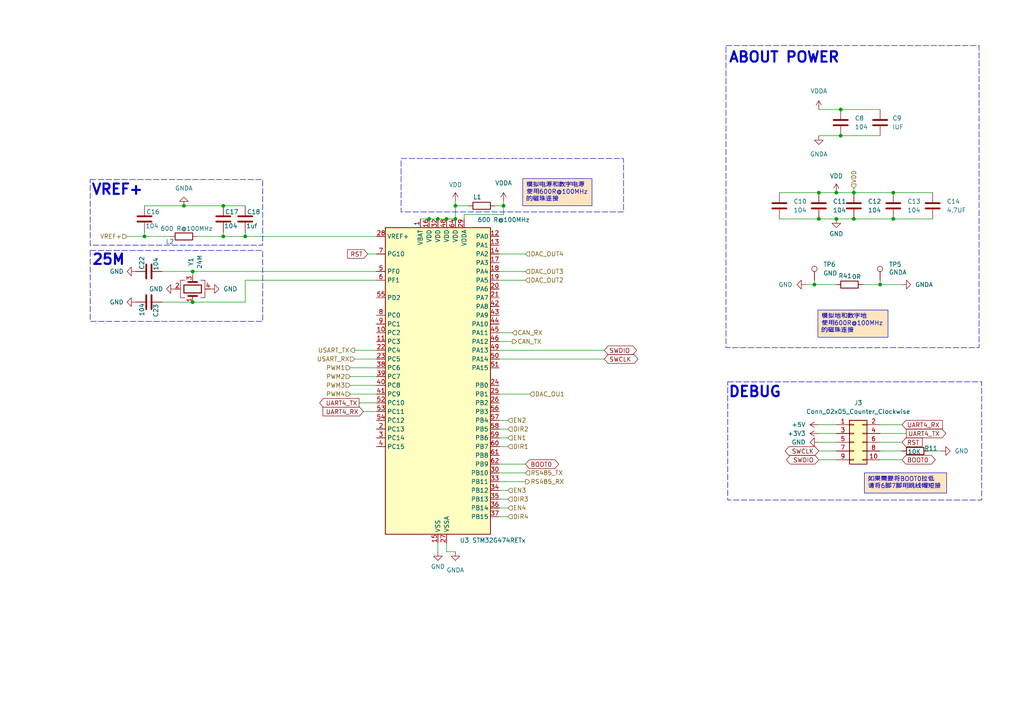
<source format=kicad_sch>
(kicad_sch
	(version 20231120)
	(generator "eeschema")
	(generator_version "8.0")
	(uuid "9e97448a-08b8-4333-8e7e-303af223133d")
	(paper "A4")
	(lib_symbols
		(symbol "Connector:TestPoint"
			(pin_numbers hide)
			(pin_names
				(offset 0.762) hide)
			(exclude_from_sim no)
			(in_bom yes)
			(on_board yes)
			(property "Reference" "TP"
				(at 0 6.858 0)
				(effects
					(font
						(size 1.27 1.27)
					)
				)
			)
			(property "Value" "TestPoint"
				(at 0 5.08 0)
				(effects
					(font
						(size 1.27 1.27)
					)
				)
			)
			(property "Footprint" ""
				(at 5.08 0 0)
				(effects
					(font
						(size 1.27 1.27)
					)
					(hide yes)
				)
			)
			(property "Datasheet" "~"
				(at 5.08 0 0)
				(effects
					(font
						(size 1.27 1.27)
					)
					(hide yes)
				)
			)
			(property "Description" "test point"
				(at 0 0 0)
				(effects
					(font
						(size 1.27 1.27)
					)
					(hide yes)
				)
			)
			(property "ki_keywords" "test point tp"
				(at 0 0 0)
				(effects
					(font
						(size 1.27 1.27)
					)
					(hide yes)
				)
			)
			(property "ki_fp_filters" "Pin* Test*"
				(at 0 0 0)
				(effects
					(font
						(size 1.27 1.27)
					)
					(hide yes)
				)
			)
			(symbol "TestPoint_0_1"
				(circle
					(center 0 3.302)
					(radius 0.762)
					(stroke
						(width 0)
						(type default)
					)
					(fill
						(type none)
					)
				)
			)
			(symbol "TestPoint_1_1"
				(pin passive line
					(at 0 0 90)
					(length 2.54)
					(name "1"
						(effects
							(font
								(size 1.27 1.27)
							)
						)
					)
					(number "1"
						(effects
							(font
								(size 1.27 1.27)
							)
						)
					)
				)
			)
		)
		(symbol "Connector_Generic:Conn_02x05_Counter_Clockwise"
			(pin_names
				(offset 1.016) hide)
			(exclude_from_sim no)
			(in_bom yes)
			(on_board yes)
			(property "Reference" "J?"
				(at 1.27 11.43 0)
				(effects
					(font
						(size 1.27 1.27)
					)
				)
			)
			(property "Value" "Conn_02x05_Counter_Clockwise"
				(at 1.27 8.89 0)
				(effects
					(font
						(size 1.27 1.27)
					)
				)
			)
			(property "Footprint" "Connector_PinHeader_2.54mm:PinHeader_2x05_P2.54mm_Vertical"
				(at 1.524 -12.446 0)
				(effects
					(font
						(size 1.27 1.27)
					)
					(hide yes)
				)
			)
			(property "Datasheet" "~"
				(at 0 0 0)
				(effects
					(font
						(size 1.27 1.27)
					)
					(hide yes)
				)
			)
			(property "Description" "Generic connector, double row, 02x05, counter clockwise pin numbering scheme (similar to DIP package numbering), script generated (kicad-library-utils/schlib/autogen/connector/)"
				(at 1.524 -12.446 0)
				(effects
					(font
						(size 1.27 1.27)
					)
					(hide yes)
				)
			)
			(property "ki_keywords" "connector"
				(at 0 0 0)
				(effects
					(font
						(size 1.27 1.27)
					)
					(hide yes)
				)
			)
			(property "ki_fp_filters" "Connector*:*_2x??_*"
				(at 0 0 0)
				(effects
					(font
						(size 1.27 1.27)
					)
					(hide yes)
				)
			)
			(symbol "Conn_02x05_Counter_Clockwise_1_1"
				(rectangle
					(start -1.27 -4.953)
					(end 0 -5.207)
					(stroke
						(width 0.1524)
						(type default)
					)
					(fill
						(type none)
					)
				)
				(rectangle
					(start -1.27 -2.413)
					(end 0 -2.667)
					(stroke
						(width 0.1524)
						(type default)
					)
					(fill
						(type none)
					)
				)
				(rectangle
					(start -1.27 0.127)
					(end 0 -0.127)
					(stroke
						(width 0.1524)
						(type default)
					)
					(fill
						(type none)
					)
				)
				(rectangle
					(start -1.27 2.667)
					(end 0 2.413)
					(stroke
						(width 0.1524)
						(type default)
					)
					(fill
						(type none)
					)
				)
				(rectangle
					(start -1.27 5.207)
					(end 0 4.953)
					(stroke
						(width 0.1524)
						(type default)
					)
					(fill
						(type none)
					)
				)
				(rectangle
					(start -1.27 6.35)
					(end 3.81 -6.35)
					(stroke
						(width 0.254)
						(type default)
					)
					(fill
						(type background)
					)
				)
				(rectangle
					(start 3.81 -4.953)
					(end 2.54 -5.207)
					(stroke
						(width 0.1524)
						(type default)
					)
					(fill
						(type none)
					)
				)
				(rectangle
					(start 3.81 -2.413)
					(end 2.54 -2.667)
					(stroke
						(width 0.1524)
						(type default)
					)
					(fill
						(type none)
					)
				)
				(rectangle
					(start 3.81 0.127)
					(end 2.54 -0.127)
					(stroke
						(width 0.1524)
						(type default)
					)
					(fill
						(type none)
					)
				)
				(rectangle
					(start 3.81 2.667)
					(end 2.54 2.413)
					(stroke
						(width 0.1524)
						(type default)
					)
					(fill
						(type none)
					)
				)
				(rectangle
					(start 3.81 5.207)
					(end 2.54 4.953)
					(stroke
						(width 0.1524)
						(type default)
					)
					(fill
						(type none)
					)
				)
				(pin passive line
					(at -5.08 5.08 0)
					(length 3.81)
					(name "Pin_1"
						(effects
							(font
								(size 1.27 1.27)
							)
						)
					)
					(number "1"
						(effects
							(font
								(size 1.27 1.27)
							)
						)
					)
				)
				(pin passive line
					(at 7.62 -5.08 180)
					(length 3.81)
					(name "Pin_10"
						(effects
							(font
								(size 1.27 1.27)
							)
						)
					)
					(number "10"
						(effects
							(font
								(size 1.27 1.27)
							)
						)
					)
				)
				(pin passive line
					(at 7.62 5.08 180)
					(length 3.81)
					(name "Pin_2"
						(effects
							(font
								(size 1.27 1.27)
							)
						)
					)
					(number "2"
						(effects
							(font
								(size 1.27 1.27)
							)
						)
					)
				)
				(pin passive line
					(at -5.08 2.54 0)
					(length 3.81)
					(name "Pin_3"
						(effects
							(font
								(size 1.27 1.27)
							)
						)
					)
					(number "3"
						(effects
							(font
								(size 1.27 1.27)
							)
						)
					)
				)
				(pin passive line
					(at 7.62 2.54 180)
					(length 3.81)
					(name "Pin_4"
						(effects
							(font
								(size 1.27 1.27)
							)
						)
					)
					(number "4"
						(effects
							(font
								(size 1.27 1.27)
							)
						)
					)
				)
				(pin passive line
					(at -5.08 0 0)
					(length 3.81)
					(name "Pin_5"
						(effects
							(font
								(size 1.27 1.27)
							)
						)
					)
					(number "5"
						(effects
							(font
								(size 1.27 1.27)
							)
						)
					)
				)
				(pin passive line
					(at 7.62 0 180)
					(length 3.81)
					(name "Pin_6"
						(effects
							(font
								(size 1.27 1.27)
							)
						)
					)
					(number "6"
						(effects
							(font
								(size 1.27 1.27)
							)
						)
					)
				)
				(pin passive line
					(at -5.08 -2.54 0)
					(length 3.81)
					(name "Pin_7"
						(effects
							(font
								(size 1.27 1.27)
							)
						)
					)
					(number "7"
						(effects
							(font
								(size 1.27 1.27)
							)
						)
					)
				)
				(pin passive line
					(at 7.62 -2.54 180)
					(length 3.81)
					(name "Pin_8"
						(effects
							(font
								(size 1.27 1.27)
							)
						)
					)
					(number "8"
						(effects
							(font
								(size 1.27 1.27)
							)
						)
					)
				)
				(pin passive line
					(at -5.08 -5.08 0)
					(length 3.81)
					(name "Pin_9"
						(effects
							(font
								(size 1.27 1.27)
							)
						)
					)
					(number "9"
						(effects
							(font
								(size 1.27 1.27)
							)
						)
					)
				)
			)
		)
		(symbol "Device:C"
			(pin_numbers hide)
			(pin_names
				(offset 0.254)
			)
			(exclude_from_sim no)
			(in_bom yes)
			(on_board yes)
			(property "Reference" "C"
				(at 0.635 2.54 0)
				(effects
					(font
						(size 1.27 1.27)
					)
					(justify left)
				)
			)
			(property "Value" "C"
				(at 0.635 -2.54 0)
				(effects
					(font
						(size 1.27 1.27)
					)
					(justify left)
				)
			)
			(property "Footprint" ""
				(at 0.9652 -3.81 0)
				(effects
					(font
						(size 1.27 1.27)
					)
					(hide yes)
				)
			)
			(property "Datasheet" "~"
				(at 0 0 0)
				(effects
					(font
						(size 1.27 1.27)
					)
					(hide yes)
				)
			)
			(property "Description" "Unpolarized capacitor"
				(at 0 0 0)
				(effects
					(font
						(size 1.27 1.27)
					)
					(hide yes)
				)
			)
			(property "ki_keywords" "cap capacitor"
				(at 0 0 0)
				(effects
					(font
						(size 1.27 1.27)
					)
					(hide yes)
				)
			)
			(property "ki_fp_filters" "C_*"
				(at 0 0 0)
				(effects
					(font
						(size 1.27 1.27)
					)
					(hide yes)
				)
			)
			(symbol "C_0_1"
				(polyline
					(pts
						(xy -2.032 -0.762) (xy 2.032 -0.762)
					)
					(stroke
						(width 0.508)
						(type default)
					)
					(fill
						(type none)
					)
				)
				(polyline
					(pts
						(xy -2.032 0.762) (xy 2.032 0.762)
					)
					(stroke
						(width 0.508)
						(type default)
					)
					(fill
						(type none)
					)
				)
			)
			(symbol "C_1_1"
				(pin passive line
					(at 0 3.81 270)
					(length 2.794)
					(name "~"
						(effects
							(font
								(size 1.27 1.27)
							)
						)
					)
					(number "1"
						(effects
							(font
								(size 1.27 1.27)
							)
						)
					)
				)
				(pin passive line
					(at 0 -3.81 90)
					(length 2.794)
					(name "~"
						(effects
							(font
								(size 1.27 1.27)
							)
						)
					)
					(number "2"
						(effects
							(font
								(size 1.27 1.27)
							)
						)
					)
				)
			)
		)
		(symbol "Device:Crystal_GND24"
			(pin_names
				(offset 1.016) hide)
			(exclude_from_sim no)
			(in_bom yes)
			(on_board yes)
			(property "Reference" "Y"
				(at 3.175 5.08 0)
				(effects
					(font
						(size 1.27 1.27)
					)
					(justify left)
				)
			)
			(property "Value" "Crystal_GND24"
				(at 3.175 3.175 0)
				(effects
					(font
						(size 1.27 1.27)
					)
					(justify left)
				)
			)
			(property "Footprint" ""
				(at 0 0 0)
				(effects
					(font
						(size 1.27 1.27)
					)
					(hide yes)
				)
			)
			(property "Datasheet" "~"
				(at 0 0 0)
				(effects
					(font
						(size 1.27 1.27)
					)
					(hide yes)
				)
			)
			(property "Description" "Four pin crystal, GND on pins 2 and 4"
				(at 0 0 0)
				(effects
					(font
						(size 1.27 1.27)
					)
					(hide yes)
				)
			)
			(property "ki_keywords" "quartz ceramic resonator oscillator"
				(at 0 0 0)
				(effects
					(font
						(size 1.27 1.27)
					)
					(hide yes)
				)
			)
			(property "ki_fp_filters" "Crystal*"
				(at 0 0 0)
				(effects
					(font
						(size 1.27 1.27)
					)
					(hide yes)
				)
			)
			(symbol "Crystal_GND24_0_1"
				(rectangle
					(start -1.143 2.54)
					(end 1.143 -2.54)
					(stroke
						(width 0.3048)
						(type default)
					)
					(fill
						(type none)
					)
				)
				(polyline
					(pts
						(xy -2.54 0) (xy -2.032 0)
					)
					(stroke
						(width 0)
						(type default)
					)
					(fill
						(type none)
					)
				)
				(polyline
					(pts
						(xy -2.032 -1.27) (xy -2.032 1.27)
					)
					(stroke
						(width 0.508)
						(type default)
					)
					(fill
						(type none)
					)
				)
				(polyline
					(pts
						(xy 0 -3.81) (xy 0 -3.556)
					)
					(stroke
						(width 0)
						(type default)
					)
					(fill
						(type none)
					)
				)
				(polyline
					(pts
						(xy 0 3.556) (xy 0 3.81)
					)
					(stroke
						(width 0)
						(type default)
					)
					(fill
						(type none)
					)
				)
				(polyline
					(pts
						(xy 2.032 -1.27) (xy 2.032 1.27)
					)
					(stroke
						(width 0.508)
						(type default)
					)
					(fill
						(type none)
					)
				)
				(polyline
					(pts
						(xy 2.032 0) (xy 2.54 0)
					)
					(stroke
						(width 0)
						(type default)
					)
					(fill
						(type none)
					)
				)
				(polyline
					(pts
						(xy -2.54 -2.286) (xy -2.54 -3.556) (xy 2.54 -3.556) (xy 2.54 -2.286)
					)
					(stroke
						(width 0)
						(type default)
					)
					(fill
						(type none)
					)
				)
				(polyline
					(pts
						(xy -2.54 2.286) (xy -2.54 3.556) (xy 2.54 3.556) (xy 2.54 2.286)
					)
					(stroke
						(width 0)
						(type default)
					)
					(fill
						(type none)
					)
				)
			)
			(symbol "Crystal_GND24_1_1"
				(pin passive line
					(at -3.81 0 0)
					(length 1.27)
					(name "1"
						(effects
							(font
								(size 1.27 1.27)
							)
						)
					)
					(number "1"
						(effects
							(font
								(size 1.27 1.27)
							)
						)
					)
				)
				(pin passive line
					(at 0 5.08 270)
					(length 1.27)
					(name "2"
						(effects
							(font
								(size 1.27 1.27)
							)
						)
					)
					(number "2"
						(effects
							(font
								(size 1.27 1.27)
							)
						)
					)
				)
				(pin passive line
					(at 3.81 0 180)
					(length 1.27)
					(name "3"
						(effects
							(font
								(size 1.27 1.27)
							)
						)
					)
					(number "3"
						(effects
							(font
								(size 1.27 1.27)
							)
						)
					)
				)
				(pin passive line
					(at 0 -5.08 90)
					(length 1.27)
					(name "4"
						(effects
							(font
								(size 1.27 1.27)
							)
						)
					)
					(number "4"
						(effects
							(font
								(size 1.27 1.27)
							)
						)
					)
				)
			)
		)
		(symbol "Device:R"
			(pin_numbers hide)
			(pin_names
				(offset 0)
			)
			(exclude_from_sim no)
			(in_bom yes)
			(on_board yes)
			(property "Reference" "R"
				(at 2.032 0 90)
				(effects
					(font
						(size 1.27 1.27)
					)
				)
			)
			(property "Value" "R"
				(at 0 0 90)
				(effects
					(font
						(size 1.27 1.27)
					)
				)
			)
			(property "Footprint" ""
				(at -1.778 0 90)
				(effects
					(font
						(size 1.27 1.27)
					)
					(hide yes)
				)
			)
			(property "Datasheet" "~"
				(at 0 0 0)
				(effects
					(font
						(size 1.27 1.27)
					)
					(hide yes)
				)
			)
			(property "Description" "Resistor"
				(at 0 0 0)
				(effects
					(font
						(size 1.27 1.27)
					)
					(hide yes)
				)
			)
			(property "ki_keywords" "R res resistor"
				(at 0 0 0)
				(effects
					(font
						(size 1.27 1.27)
					)
					(hide yes)
				)
			)
			(property "ki_fp_filters" "R_*"
				(at 0 0 0)
				(effects
					(font
						(size 1.27 1.27)
					)
					(hide yes)
				)
			)
			(symbol "R_0_1"
				(rectangle
					(start -1.016 -2.54)
					(end 1.016 2.54)
					(stroke
						(width 0.254)
						(type default)
					)
					(fill
						(type none)
					)
				)
			)
			(symbol "R_1_1"
				(pin passive line
					(at 0 3.81 270)
					(length 1.27)
					(name "~"
						(effects
							(font
								(size 1.27 1.27)
							)
						)
					)
					(number "1"
						(effects
							(font
								(size 1.27 1.27)
							)
						)
					)
				)
				(pin passive line
					(at 0 -3.81 90)
					(length 1.27)
					(name "~"
						(effects
							(font
								(size 1.27 1.27)
							)
						)
					)
					(number "2"
						(effects
							(font
								(size 1.27 1.27)
							)
						)
					)
				)
			)
		)
		(symbol "MCU_ST_STM32G4:STM32G474RETx"
			(exclude_from_sim no)
			(in_bom yes)
			(on_board yes)
			(property "Reference" "U"
				(at -15.24 46.99 0)
				(effects
					(font
						(size 1.27 1.27)
					)
					(justify left)
				)
			)
			(property "Value" "STM32G474RETx"
				(at 10.16 46.99 0)
				(effects
					(font
						(size 1.27 1.27)
					)
					(justify left)
				)
			)
			(property "Footprint" "Package_QFP:LQFP-64_10x10mm_P0.5mm"
				(at -15.24 -43.18 0)
				(effects
					(font
						(size 1.27 1.27)
					)
					(justify right)
					(hide yes)
				)
			)
			(property "Datasheet" "https://www.st.com/resource/en/datasheet/stm32g474re.pdf"
				(at 0 0 0)
				(effects
					(font
						(size 1.27 1.27)
					)
					(hide yes)
				)
			)
			(property "Description" "STMicroelectronics Arm Cortex-M4 MCU, 512KB flash, 128KB RAM, 170 MHz, 1.71-3.6V, 52 GPIO, LQFP64"
				(at 0 0 0)
				(effects
					(font
						(size 1.27 1.27)
					)
					(hide yes)
				)
			)
			(property "ki_locked" ""
				(at 0 0 0)
				(effects
					(font
						(size 1.27 1.27)
					)
				)
			)
			(property "ki_keywords" "Arm Cortex-M4 STM32G4 STM32G4x4"
				(at 0 0 0)
				(effects
					(font
						(size 1.27 1.27)
					)
					(hide yes)
				)
			)
			(property "ki_fp_filters" "LQFP*10x10mm*P0.5mm*"
				(at 0 0 0)
				(effects
					(font
						(size 1.27 1.27)
					)
					(hide yes)
				)
			)
			(symbol "STM32G474RETx_0_1"
				(rectangle
					(start -15.24 -43.18)
					(end 15.24 45.72)
					(stroke
						(width 0.254)
						(type default)
					)
					(fill
						(type background)
					)
				)
			)
			(symbol "STM32G474RETx_1_1"
				(pin power_in line
					(at -5.08 48.26 270)
					(length 2.54)
					(name "VBAT"
						(effects
							(font
								(size 1.27 1.27)
							)
						)
					)
					(number "1"
						(effects
							(font
								(size 1.27 1.27)
							)
						)
					)
				)
				(pin bidirectional line
					(at -17.78 15.24 0)
					(length 2.54)
					(name "PC2"
						(effects
							(font
								(size 1.27 1.27)
							)
						)
					)
					(number "10"
						(effects
							(font
								(size 1.27 1.27)
							)
						)
					)
					(alternate "ADC1_IN8" bidirectional line)
					(alternate "ADC2_IN8" bidirectional line)
					(alternate "ADC3_EXTI2" bidirectional line)
					(alternate "ADC4_EXTI2" bidirectional line)
					(alternate "ADC5_EXTI2" bidirectional line)
					(alternate "COMP3_OUT" bidirectional line)
					(alternate "LPTIM1_IN2" bidirectional line)
					(alternate "QUADSPI1_BK2_IO1" bidirectional line)
					(alternate "TIM1_CH3" bidirectional line)
					(alternate "TIM20_CH2" bidirectional line)
				)
				(pin bidirectional line
					(at -17.78 12.7 0)
					(length 2.54)
					(name "PC3"
						(effects
							(font
								(size 1.27 1.27)
							)
						)
					)
					(number "11"
						(effects
							(font
								(size 1.27 1.27)
							)
						)
					)
					(alternate "ADC1_IN9" bidirectional line)
					(alternate "ADC2_IN9" bidirectional line)
					(alternate "ADC3_EXTI3" bidirectional line)
					(alternate "ADC4_EXTI3" bidirectional line)
					(alternate "ADC5_EXTI3" bidirectional line)
					(alternate "LPTIM1_ETR" bidirectional line)
					(alternate "OPAMP5_VINP" bidirectional line)
					(alternate "OPAMP5_VINP_SEC" bidirectional line)
					(alternate "QUADSPI1_BK2_IO2" bidirectional line)
					(alternate "SAI1_D1" bidirectional line)
					(alternate "SAI1_SD_A" bidirectional line)
					(alternate "TIM1_BKIN2" bidirectional line)
					(alternate "TIM1_CH4" bidirectional line)
				)
				(pin bidirectional line
					(at 17.78 43.18 180)
					(length 2.54)
					(name "PA0"
						(effects
							(font
								(size 1.27 1.27)
							)
						)
					)
					(number "12"
						(effects
							(font
								(size 1.27 1.27)
							)
						)
					)
					(alternate "ADC1_IN1" bidirectional line)
					(alternate "ADC2_IN1" bidirectional line)
					(alternate "COMP1_INM" bidirectional line)
					(alternate "COMP1_OUT" bidirectional line)
					(alternate "COMP3_INP" bidirectional line)
					(alternate "RTC_TAMP2" bidirectional line)
					(alternate "SYS_WKUP1" bidirectional line)
					(alternate "TIM2_CH1" bidirectional line)
					(alternate "TIM2_ETR" bidirectional line)
					(alternate "TIM5_CH1" bidirectional line)
					(alternate "TIM8_BKIN" bidirectional line)
					(alternate "TIM8_ETR" bidirectional line)
					(alternate "USART2_CTS" bidirectional line)
					(alternate "USART2_NSS" bidirectional line)
				)
				(pin bidirectional line
					(at 17.78 40.64 180)
					(length 2.54)
					(name "PA1"
						(effects
							(font
								(size 1.27 1.27)
							)
						)
					)
					(number "13"
						(effects
							(font
								(size 1.27 1.27)
							)
						)
					)
					(alternate "ADC1_IN2" bidirectional line)
					(alternate "ADC2_IN2" bidirectional line)
					(alternate "COMP1_INP" bidirectional line)
					(alternate "OPAMP1_VINP" bidirectional line)
					(alternate "OPAMP1_VINP_SEC" bidirectional line)
					(alternate "OPAMP3_VINP" bidirectional line)
					(alternate "OPAMP3_VINP_SEC" bidirectional line)
					(alternate "OPAMP6_VINM" bidirectional line)
					(alternate "OPAMP6_VINM0" bidirectional line)
					(alternate "OPAMP6_VINM_SEC" bidirectional line)
					(alternate "RTC_REFIN" bidirectional line)
					(alternate "TIM15_CH1N" bidirectional line)
					(alternate "TIM2_CH2" bidirectional line)
					(alternate "TIM5_CH2" bidirectional line)
					(alternate "USART2_DE" bidirectional line)
					(alternate "USART2_RTS" bidirectional line)
				)
				(pin bidirectional line
					(at 17.78 38.1 180)
					(length 2.54)
					(name "PA2"
						(effects
							(font
								(size 1.27 1.27)
							)
						)
					)
					(number "14"
						(effects
							(font
								(size 1.27 1.27)
							)
						)
					)
					(alternate "ADC1_IN3" bidirectional line)
					(alternate "ADC3_EXTI2" bidirectional line)
					(alternate "ADC4_EXTI2" bidirectional line)
					(alternate "ADC5_EXTI2" bidirectional line)
					(alternate "COMP2_INM" bidirectional line)
					(alternate "COMP2_OUT" bidirectional line)
					(alternate "LPUART1_TX" bidirectional line)
					(alternate "OPAMP1_VOUT" bidirectional line)
					(alternate "QUADSPI1_BK1_NCS" bidirectional line)
					(alternate "RCC_LSCO" bidirectional line)
					(alternate "SYS_WKUP4" bidirectional line)
					(alternate "TIM15_CH1" bidirectional line)
					(alternate "TIM2_CH3" bidirectional line)
					(alternate "TIM5_CH3" bidirectional line)
					(alternate "UCPD1_FRSTX1" bidirectional line)
					(alternate "UCPD1_FRSTX2" bidirectional line)
					(alternate "USART2_TX" bidirectional line)
				)
				(pin power_in line
					(at 0 -45.72 90)
					(length 2.54)
					(name "VSS"
						(effects
							(font
								(size 1.27 1.27)
							)
						)
					)
					(number "15"
						(effects
							(font
								(size 1.27 1.27)
							)
						)
					)
				)
				(pin power_in line
					(at -2.54 48.26 270)
					(length 2.54)
					(name "VDD"
						(effects
							(font
								(size 1.27 1.27)
							)
						)
					)
					(number "16"
						(effects
							(font
								(size 1.27 1.27)
							)
						)
					)
				)
				(pin bidirectional line
					(at 17.78 35.56 180)
					(length 2.54)
					(name "PA3"
						(effects
							(font
								(size 1.27 1.27)
							)
						)
					)
					(number "17"
						(effects
							(font
								(size 1.27 1.27)
							)
						)
					)
					(alternate "ADC1_IN4" bidirectional line)
					(alternate "ADC3_EXTI3" bidirectional line)
					(alternate "ADC4_EXTI3" bidirectional line)
					(alternate "ADC5_EXTI3" bidirectional line)
					(alternate "COMP2_INP" bidirectional line)
					(alternate "LPUART1_RX" bidirectional line)
					(alternate "OPAMP1_VINM" bidirectional line)
					(alternate "OPAMP1_VINM0" bidirectional line)
					(alternate "OPAMP1_VINM_SEC" bidirectional line)
					(alternate "OPAMP1_VINP" bidirectional line)
					(alternate "OPAMP1_VINP_SEC" bidirectional line)
					(alternate "OPAMP5_VINM" bidirectional line)
					(alternate "OPAMP5_VINM1" bidirectional line)
					(alternate "OPAMP5_VINM_SEC" bidirectional line)
					(alternate "QUADSPI1_CLK" bidirectional line)
					(alternate "SAI1_CK1" bidirectional line)
					(alternate "SAI1_MCLK_A" bidirectional line)
					(alternate "TIM15_CH2" bidirectional line)
					(alternate "TIM2_CH4" bidirectional line)
					(alternate "TIM5_CH4" bidirectional line)
					(alternate "USART2_RX" bidirectional line)
				)
				(pin bidirectional line
					(at 17.78 33.02 180)
					(length 2.54)
					(name "PA4"
						(effects
							(font
								(size 1.27 1.27)
							)
						)
					)
					(number "18"
						(effects
							(font
								(size 1.27 1.27)
							)
						)
					)
					(alternate "ADC2_IN17" bidirectional line)
					(alternate "COMP1_INM" bidirectional line)
					(alternate "DAC1_OUT1" bidirectional line)
					(alternate "I2S3_WS" bidirectional line)
					(alternate "SAI1_FS_B" bidirectional line)
					(alternate "SPI1_NSS" bidirectional line)
					(alternate "SPI3_NSS" bidirectional line)
					(alternate "TIM3_CH2" bidirectional line)
					(alternate "USART2_CK" bidirectional line)
				)
				(pin bidirectional line
					(at 17.78 30.48 180)
					(length 2.54)
					(name "PA5"
						(effects
							(font
								(size 1.27 1.27)
							)
						)
					)
					(number "19"
						(effects
							(font
								(size 1.27 1.27)
							)
						)
					)
					(alternate "ADC2_IN13" bidirectional line)
					(alternate "COMP2_INM" bidirectional line)
					(alternate "DAC1_OUT2" bidirectional line)
					(alternate "OPAMP2_VINM" bidirectional line)
					(alternate "OPAMP2_VINM0" bidirectional line)
					(alternate "OPAMP2_VINM_SEC" bidirectional line)
					(alternate "SPI1_SCK" bidirectional line)
					(alternate "TIM2_CH1" bidirectional line)
					(alternate "TIM2_ETR" bidirectional line)
					(alternate "UCPD1_FRSTX1" bidirectional line)
					(alternate "UCPD1_FRSTX2" bidirectional line)
				)
				(pin bidirectional line
					(at -17.78 -12.7 0)
					(length 2.54)
					(name "PC13"
						(effects
							(font
								(size 1.27 1.27)
							)
						)
					)
					(number "2"
						(effects
							(font
								(size 1.27 1.27)
							)
						)
					)
					(alternate "RTC_OUT1" bidirectional line)
					(alternate "RTC_TAMP1" bidirectional line)
					(alternate "RTC_TS" bidirectional line)
					(alternate "SYS_WKUP2" bidirectional line)
					(alternate "TIM1_BKIN" bidirectional line)
					(alternate "TIM1_CH1N" bidirectional line)
					(alternate "TIM8_CH4N" bidirectional line)
				)
				(pin bidirectional line
					(at 17.78 27.94 180)
					(length 2.54)
					(name "PA6"
						(effects
							(font
								(size 1.27 1.27)
							)
						)
					)
					(number "20"
						(effects
							(font
								(size 1.27 1.27)
							)
						)
					)
					(alternate "ADC2_IN3" bidirectional line)
					(alternate "COMP1_OUT" bidirectional line)
					(alternate "DAC2_OUT1" bidirectional line)
					(alternate "LPUART1_CTS" bidirectional line)
					(alternate "OPAMP2_VOUT" bidirectional line)
					(alternate "QUADSPI1_BK1_IO3" bidirectional line)
					(alternate "SPI1_MISO" bidirectional line)
					(alternate "TIM16_CH1" bidirectional line)
					(alternate "TIM1_BKIN" bidirectional line)
					(alternate "TIM3_CH1" bidirectional line)
					(alternate "TIM8_BKIN" bidirectional line)
				)
				(pin bidirectional line
					(at 17.78 25.4 180)
					(length 2.54)
					(name "PA7"
						(effects
							(font
								(size 1.27 1.27)
							)
						)
					)
					(number "21"
						(effects
							(font
								(size 1.27 1.27)
							)
						)
					)
					(alternate "ADC2_IN4" bidirectional line)
					(alternate "COMP2_INP" bidirectional line)
					(alternate "COMP2_OUT" bidirectional line)
					(alternate "OPAMP1_VINP" bidirectional line)
					(alternate "OPAMP1_VINP_SEC" bidirectional line)
					(alternate "OPAMP2_VINP" bidirectional line)
					(alternate "OPAMP2_VINP_SEC" bidirectional line)
					(alternate "QUADSPI1_BK1_IO2" bidirectional line)
					(alternate "SPI1_MOSI" bidirectional line)
					(alternate "TIM17_CH1" bidirectional line)
					(alternate "TIM1_CH1N" bidirectional line)
					(alternate "TIM3_CH2" bidirectional line)
					(alternate "TIM8_CH1N" bidirectional line)
					(alternate "UCPD1_FRSTX1" bidirectional line)
					(alternate "UCPD1_FRSTX2" bidirectional line)
				)
				(pin bidirectional line
					(at -17.78 10.16 0)
					(length 2.54)
					(name "PC4"
						(effects
							(font
								(size 1.27 1.27)
							)
						)
					)
					(number "22"
						(effects
							(font
								(size 1.27 1.27)
							)
						)
					)
					(alternate "ADC2_IN5" bidirectional line)
					(alternate "I2C2_SCL" bidirectional line)
					(alternate "QUADSPI1_BK2_IO3" bidirectional line)
					(alternate "TIM1_ETR" bidirectional line)
					(alternate "USART1_TX" bidirectional line)
				)
				(pin bidirectional line
					(at -17.78 7.62 0)
					(length 2.54)
					(name "PC5"
						(effects
							(font
								(size 1.27 1.27)
							)
						)
					)
					(number "23"
						(effects
							(font
								(size 1.27 1.27)
							)
						)
					)
					(alternate "ADC2_IN11" bidirectional line)
					(alternate "HRTIM1_EEV10" bidirectional line)
					(alternate "OPAMP1_VINM" bidirectional line)
					(alternate "OPAMP1_VINM1" bidirectional line)
					(alternate "OPAMP1_VINM_SEC" bidirectional line)
					(alternate "OPAMP2_VINM" bidirectional line)
					(alternate "OPAMP2_VINM1" bidirectional line)
					(alternate "OPAMP2_VINM_SEC" bidirectional line)
					(alternate "SAI1_D3" bidirectional line)
					(alternate "SYS_WKUP5" bidirectional line)
					(alternate "TIM15_BKIN" bidirectional line)
					(alternate "TIM1_CH4N" bidirectional line)
					(alternate "USART1_RX" bidirectional line)
				)
				(pin bidirectional line
					(at 17.78 0 180)
					(length 2.54)
					(name "PB0"
						(effects
							(font
								(size 1.27 1.27)
							)
						)
					)
					(number "24"
						(effects
							(font
								(size 1.27 1.27)
							)
						)
					)
					(alternate "ADC1_IN15" bidirectional line)
					(alternate "ADC3_IN12" bidirectional line)
					(alternate "COMP4_INP" bidirectional line)
					(alternate "HRTIM1_FLT5" bidirectional line)
					(alternate "OPAMP2_VINP" bidirectional line)
					(alternate "OPAMP2_VINP_SEC" bidirectional line)
					(alternate "OPAMP3_VINP" bidirectional line)
					(alternate "OPAMP3_VINP_SEC" bidirectional line)
					(alternate "QUADSPI1_BK1_IO1" bidirectional line)
					(alternate "TIM1_CH2N" bidirectional line)
					(alternate "TIM3_CH3" bidirectional line)
					(alternate "TIM8_CH2N" bidirectional line)
					(alternate "UCPD1_FRSTX1" bidirectional line)
					(alternate "UCPD1_FRSTX2" bidirectional line)
				)
				(pin bidirectional line
					(at 17.78 -2.54 180)
					(length 2.54)
					(name "PB1"
						(effects
							(font
								(size 1.27 1.27)
							)
						)
					)
					(number "25"
						(effects
							(font
								(size 1.27 1.27)
							)
						)
					)
					(alternate "ADC1_IN12" bidirectional line)
					(alternate "ADC3_IN1" bidirectional line)
					(alternate "COMP1_INP" bidirectional line)
					(alternate "COMP4_OUT" bidirectional line)
					(alternate "HRTIM1_SCOUT" bidirectional line)
					(alternate "LPUART1_DE" bidirectional line)
					(alternate "LPUART1_RTS" bidirectional line)
					(alternate "OPAMP3_VOUT" bidirectional line)
					(alternate "OPAMP6_VINM" bidirectional line)
					(alternate "OPAMP6_VINM1" bidirectional line)
					(alternate "OPAMP6_VINM_SEC" bidirectional line)
					(alternate "QUADSPI1_BK1_IO0" bidirectional line)
					(alternate "TIM1_CH3N" bidirectional line)
					(alternate "TIM3_CH4" bidirectional line)
					(alternate "TIM8_CH3N" bidirectional line)
				)
				(pin bidirectional line
					(at 17.78 -5.08 180)
					(length 2.54)
					(name "PB2"
						(effects
							(font
								(size 1.27 1.27)
							)
						)
					)
					(number "26"
						(effects
							(font
								(size 1.27 1.27)
							)
						)
					)
					(alternate "ADC2_IN12" bidirectional line)
					(alternate "ADC3_EXTI2" bidirectional line)
					(alternate "ADC4_EXTI2" bidirectional line)
					(alternate "ADC5_EXTI2" bidirectional line)
					(alternate "COMP4_INM" bidirectional line)
					(alternate "HRTIM1_SCIN" bidirectional line)
					(alternate "I2C3_SMBA" bidirectional line)
					(alternate "LPTIM1_OUT" bidirectional line)
					(alternate "OPAMP3_VINM" bidirectional line)
					(alternate "OPAMP3_VINM0" bidirectional line)
					(alternate "OPAMP3_VINM_SEC" bidirectional line)
					(alternate "QUADSPI1_BK2_IO1" bidirectional line)
					(alternate "RTC_OUT2" bidirectional line)
					(alternate "TIM20_CH1" bidirectional line)
					(alternate "TIM5_CH1" bidirectional line)
				)
				(pin power_in line
					(at 2.54 -45.72 90)
					(length 2.54)
					(name "VSSA"
						(effects
							(font
								(size 1.27 1.27)
							)
						)
					)
					(number "27"
						(effects
							(font
								(size 1.27 1.27)
							)
						)
					)
				)
				(pin input line
					(at -17.78 43.18 0)
					(length 2.54)
					(name "VREF+"
						(effects
							(font
								(size 1.27 1.27)
							)
						)
					)
					(number "28"
						(effects
							(font
								(size 1.27 1.27)
							)
						)
					)
					(alternate "VREFBUF_OUT" bidirectional line)
				)
				(pin power_in line
					(at 7.62 48.26 270)
					(length 2.54)
					(name "VDDA"
						(effects
							(font
								(size 1.27 1.27)
							)
						)
					)
					(number "29"
						(effects
							(font
								(size 1.27 1.27)
							)
						)
					)
				)
				(pin bidirectional line
					(at -17.78 -15.24 0)
					(length 2.54)
					(name "PC14"
						(effects
							(font
								(size 1.27 1.27)
							)
						)
					)
					(number "3"
						(effects
							(font
								(size 1.27 1.27)
							)
						)
					)
					(alternate "RCC_OSC32_IN" bidirectional line)
				)
				(pin bidirectional line
					(at 17.78 -25.4 180)
					(length 2.54)
					(name "PB10"
						(effects
							(font
								(size 1.27 1.27)
							)
						)
					)
					(number "30"
						(effects
							(font
								(size 1.27 1.27)
							)
						)
					)
					(alternate "COMP5_INM" bidirectional line)
					(alternate "DAC1_EXTI10" bidirectional line)
					(alternate "DAC2_EXTI10" bidirectional line)
					(alternate "DAC3_EXTI10" bidirectional line)
					(alternate "DAC4_EXTI10" bidirectional line)
					(alternate "HRTIM1_FLT3" bidirectional line)
					(alternate "LPUART1_RX" bidirectional line)
					(alternate "OPAMP3_VINM" bidirectional line)
					(alternate "OPAMP3_VINM1" bidirectional line)
					(alternate "OPAMP3_VINM_SEC" bidirectional line)
					(alternate "OPAMP4_VINM" bidirectional line)
					(alternate "OPAMP4_VINM0" bidirectional line)
					(alternate "OPAMP4_VINM_SEC" bidirectional line)
					(alternate "QUADSPI1_CLK" bidirectional line)
					(alternate "SAI1_SCK_A" bidirectional line)
					(alternate "TIM1_BKIN" bidirectional line)
					(alternate "TIM2_CH3" bidirectional line)
					(alternate "USART3_TX" bidirectional line)
				)
				(pin passive line
					(at 0 -45.72 90)
					(length 2.54) hide
					(name "VSS"
						(effects
							(font
								(size 1.27 1.27)
							)
						)
					)
					(number "31"
						(effects
							(font
								(size 1.27 1.27)
							)
						)
					)
				)
				(pin power_in line
					(at 0 48.26 270)
					(length 2.54)
					(name "VDD"
						(effects
							(font
								(size 1.27 1.27)
							)
						)
					)
					(number "32"
						(effects
							(font
								(size 1.27 1.27)
							)
						)
					)
				)
				(pin bidirectional line
					(at 17.78 -27.94 180)
					(length 2.54)
					(name "PB11"
						(effects
							(font
								(size 1.27 1.27)
							)
						)
					)
					(number "33"
						(effects
							(font
								(size 1.27 1.27)
							)
						)
					)
					(alternate "ADC1_EXTI11" bidirectional line)
					(alternate "ADC1_IN14" bidirectional line)
					(alternate "ADC2_EXTI11" bidirectional line)
					(alternate "ADC2_IN14" bidirectional line)
					(alternate "COMP6_INP" bidirectional line)
					(alternate "HRTIM1_FLT4" bidirectional line)
					(alternate "LPUART1_TX" bidirectional line)
					(alternate "OPAMP4_VINP" bidirectional line)
					(alternate "OPAMP4_VINP_SEC" bidirectional line)
					(alternate "OPAMP6_VOUT" bidirectional line)
					(alternate "QUADSPI1_BK1_NCS" bidirectional line)
					(alternate "TIM2_CH4" bidirectional line)
					(alternate "USART3_RX" bidirectional line)
				)
				(pin bidirectional line
					(at 17.78 -30.48 180)
					(length 2.54)
					(name "PB12"
						(effects
							(font
								(size 1.27 1.27)
							)
						)
					)
					(number "34"
						(effects
							(font
								(size 1.27 1.27)
							)
						)
					)
					(alternate "ADC1_IN11" bidirectional line)
					(alternate "ADC4_IN3" bidirectional line)
					(alternate "COMP7_INM" bidirectional line)
					(alternate "FDCAN2_RX" bidirectional line)
					(alternate "HRTIM1_CHC1" bidirectional line)
					(alternate "I2C2_SMBA" bidirectional line)
					(alternate "I2S2_WS" bidirectional line)
					(alternate "LPUART1_DE" bidirectional line)
					(alternate "LPUART1_RTS" bidirectional line)
					(alternate "OPAMP4_VOUT" bidirectional line)
					(alternate "OPAMP6_VINP" bidirectional line)
					(alternate "OPAMP6_VINP_SEC" bidirectional line)
					(alternate "SPI2_NSS" bidirectional line)
					(alternate "TIM1_BKIN" bidirectional line)
					(alternate "TIM5_ETR" bidirectional line)
					(alternate "USART3_CK" bidirectional line)
				)
				(pin bidirectional line
					(at 17.78 -33.02 180)
					(length 2.54)
					(name "PB13"
						(effects
							(font
								(size 1.27 1.27)
							)
						)
					)
					(number "35"
						(effects
							(font
								(size 1.27 1.27)
							)
						)
					)
					(alternate "ADC3_IN5" bidirectional line)
					(alternate "COMP5_INP" bidirectional line)
					(alternate "FDCAN2_TX" bidirectional line)
					(alternate "HRTIM1_CHC2" bidirectional line)
					(alternate "I2S2_CK" bidirectional line)
					(alternate "LPUART1_CTS" bidirectional line)
					(alternate "OPAMP3_VINP" bidirectional line)
					(alternate "OPAMP3_VINP_SEC" bidirectional line)
					(alternate "OPAMP4_VINP" bidirectional line)
					(alternate "OPAMP4_VINP_SEC" bidirectional line)
					(alternate "OPAMP6_VINP" bidirectional line)
					(alternate "OPAMP6_VINP_SEC" bidirectional line)
					(alternate "SPI2_SCK" bidirectional line)
					(alternate "TIM1_CH1N" bidirectional line)
					(alternate "USART3_CTS" bidirectional line)
					(alternate "USART3_NSS" bidirectional line)
				)
				(pin bidirectional line
					(at 17.78 -35.56 180)
					(length 2.54)
					(name "PB14"
						(effects
							(font
								(size 1.27 1.27)
							)
						)
					)
					(number "36"
						(effects
							(font
								(size 1.27 1.27)
							)
						)
					)
					(alternate "ADC1_IN5" bidirectional line)
					(alternate "ADC4_IN4" bidirectional line)
					(alternate "COMP4_OUT" bidirectional line)
					(alternate "COMP7_INP" bidirectional line)
					(alternate "HRTIM1_CHD1" bidirectional line)
					(alternate "OPAMP2_VINP" bidirectional line)
					(alternate "OPAMP2_VINP_SEC" bidirectional line)
					(alternate "OPAMP5_VINP" bidirectional line)
					(alternate "OPAMP5_VINP_SEC" bidirectional line)
					(alternate "SPI2_MISO" bidirectional line)
					(alternate "TIM15_CH1" bidirectional line)
					(alternate "TIM1_CH2N" bidirectional line)
					(alternate "USART3_DE" bidirectional line)
					(alternate "USART3_RTS" bidirectional line)
				)
				(pin bidirectional line
					(at 17.78 -38.1 180)
					(length 2.54)
					(name "PB15"
						(effects
							(font
								(size 1.27 1.27)
							)
						)
					)
					(number "37"
						(effects
							(font
								(size 1.27 1.27)
							)
						)
					)
					(alternate "ADC1_EXTI15" bidirectional line)
					(alternate "ADC2_EXTI15" bidirectional line)
					(alternate "ADC2_IN15" bidirectional line)
					(alternate "ADC4_IN5" bidirectional line)
					(alternate "COMP3_OUT" bidirectional line)
					(alternate "COMP6_INM" bidirectional line)
					(alternate "HRTIM1_CHD2" bidirectional line)
					(alternate "I2S2_SD" bidirectional line)
					(alternate "OPAMP5_VINM" bidirectional line)
					(alternate "OPAMP5_VINM0" bidirectional line)
					(alternate "OPAMP5_VINM_SEC" bidirectional line)
					(alternate "RTC_REFIN" bidirectional line)
					(alternate "SPI2_MOSI" bidirectional line)
					(alternate "TIM15_CH1N" bidirectional line)
					(alternate "TIM15_CH2" bidirectional line)
					(alternate "TIM1_CH3N" bidirectional line)
				)
				(pin bidirectional line
					(at -17.78 5.08 0)
					(length 2.54)
					(name "PC6"
						(effects
							(font
								(size 1.27 1.27)
							)
						)
					)
					(number "38"
						(effects
							(font
								(size 1.27 1.27)
							)
						)
					)
					(alternate "COMP6_OUT" bidirectional line)
					(alternate "HRTIM1_CHF1" bidirectional line)
					(alternate "HRTIM1_EEV10" bidirectional line)
					(alternate "I2C4_SCL" bidirectional line)
					(alternate "I2S2_MCK" bidirectional line)
					(alternate "TIM3_CH1" bidirectional line)
					(alternate "TIM8_CH1" bidirectional line)
				)
				(pin bidirectional line
					(at -17.78 2.54 0)
					(length 2.54)
					(name "PC7"
						(effects
							(font
								(size 1.27 1.27)
							)
						)
					)
					(number "39"
						(effects
							(font
								(size 1.27 1.27)
							)
						)
					)
					(alternate "COMP5_OUT" bidirectional line)
					(alternate "HRTIM1_CHF2" bidirectional line)
					(alternate "HRTIM1_FLT5" bidirectional line)
					(alternate "I2C4_SDA" bidirectional line)
					(alternate "I2S3_MCK" bidirectional line)
					(alternate "TIM3_CH2" bidirectional line)
					(alternate "TIM8_CH2" bidirectional line)
				)
				(pin bidirectional line
					(at -17.78 -17.78 0)
					(length 2.54)
					(name "PC15"
						(effects
							(font
								(size 1.27 1.27)
							)
						)
					)
					(number "4"
						(effects
							(font
								(size 1.27 1.27)
							)
						)
					)
					(alternate "ADC1_EXTI15" bidirectional line)
					(alternate "ADC2_EXTI15" bidirectional line)
					(alternate "RCC_OSC32_OUT" bidirectional line)
				)
				(pin bidirectional line
					(at -17.78 0 0)
					(length 2.54)
					(name "PC8"
						(effects
							(font
								(size 1.27 1.27)
							)
						)
					)
					(number "40"
						(effects
							(font
								(size 1.27 1.27)
							)
						)
					)
					(alternate "COMP7_OUT" bidirectional line)
					(alternate "HRTIM1_CHE1" bidirectional line)
					(alternate "I2C3_SCL" bidirectional line)
					(alternate "TIM20_CH3" bidirectional line)
					(alternate "TIM3_CH3" bidirectional line)
					(alternate "TIM8_CH3" bidirectional line)
				)
				(pin bidirectional line
					(at -17.78 -2.54 0)
					(length 2.54)
					(name "PC9"
						(effects
							(font
								(size 1.27 1.27)
							)
						)
					)
					(number "41"
						(effects
							(font
								(size 1.27 1.27)
							)
						)
					)
					(alternate "DAC1_EXTI9" bidirectional line)
					(alternate "DAC2_EXTI9" bidirectional line)
					(alternate "DAC3_EXTI9" bidirectional line)
					(alternate "DAC4_EXTI9" bidirectional line)
					(alternate "HRTIM1_CHE2" bidirectional line)
					(alternate "I2C3_SDA" bidirectional line)
					(alternate "I2S_CKIN" bidirectional line)
					(alternate "TIM3_CH4" bidirectional line)
					(alternate "TIM8_BKIN2" bidirectional line)
					(alternate "TIM8_CH4" bidirectional line)
				)
				(pin bidirectional line
					(at 17.78 22.86 180)
					(length 2.54)
					(name "PA8"
						(effects
							(font
								(size 1.27 1.27)
							)
						)
					)
					(number "42"
						(effects
							(font
								(size 1.27 1.27)
							)
						)
					)
					(alternate "ADC5_IN1" bidirectional line)
					(alternate "COMP7_OUT" bidirectional line)
					(alternate "FDCAN3_RX" bidirectional line)
					(alternate "HRTIM1_CHA1" bidirectional line)
					(alternate "I2C2_SDA" bidirectional line)
					(alternate "I2C3_SCL" bidirectional line)
					(alternate "I2S2_MCK" bidirectional line)
					(alternate "OPAMP5_VOUT" bidirectional line)
					(alternate "RCC_MCO" bidirectional line)
					(alternate "SAI1_CK2" bidirectional line)
					(alternate "SAI1_SCK_A" bidirectional line)
					(alternate "TIM1_CH1" bidirectional line)
					(alternate "TIM4_ETR" bidirectional line)
					(alternate "USART1_CK" bidirectional line)
				)
				(pin bidirectional line
					(at 17.78 20.32 180)
					(length 2.54)
					(name "PA9"
						(effects
							(font
								(size 1.27 1.27)
							)
						)
					)
					(number "43"
						(effects
							(font
								(size 1.27 1.27)
							)
						)
					)
					(alternate "ADC5_IN2" bidirectional line)
					(alternate "COMP5_OUT" bidirectional line)
					(alternate "DAC1_EXTI9" bidirectional line)
					(alternate "DAC2_EXTI9" bidirectional line)
					(alternate "DAC3_EXTI9" bidirectional line)
					(alternate "DAC4_EXTI9" bidirectional line)
					(alternate "HRTIM1_CHA2" bidirectional line)
					(alternate "I2C2_SCL" bidirectional line)
					(alternate "I2C3_SMBA" bidirectional line)
					(alternate "I2S3_MCK" bidirectional line)
					(alternate "SAI1_FS_A" bidirectional line)
					(alternate "TIM15_BKIN" bidirectional line)
					(alternate "TIM1_CH2" bidirectional line)
					(alternate "TIM2_CH3" bidirectional line)
					(alternate "UCPD1_DBCC1" bidirectional line)
					(alternate "USART1_TX" bidirectional line)
				)
				(pin bidirectional line
					(at 17.78 17.78 180)
					(length 2.54)
					(name "PA10"
						(effects
							(font
								(size 1.27 1.27)
							)
						)
					)
					(number "44"
						(effects
							(font
								(size 1.27 1.27)
							)
						)
					)
					(alternate "COMP6_OUT" bidirectional line)
					(alternate "CRS_SYNC" bidirectional line)
					(alternate "DAC1_EXTI10" bidirectional line)
					(alternate "DAC2_EXTI10" bidirectional line)
					(alternate "DAC3_EXTI10" bidirectional line)
					(alternate "DAC4_EXTI10" bidirectional line)
					(alternate "HRTIM1_CHB1" bidirectional line)
					(alternate "I2C2_SMBA" bidirectional line)
					(alternate "SAI1_D1" bidirectional line)
					(alternate "SAI1_SD_A" bidirectional line)
					(alternate "SPI2_MISO" bidirectional line)
					(alternate "TIM17_BKIN" bidirectional line)
					(alternate "TIM1_CH3" bidirectional line)
					(alternate "TIM2_CH4" bidirectional line)
					(alternate "TIM8_BKIN" bidirectional line)
					(alternate "UCPD1_DBCC2" bidirectional line)
					(alternate "USART1_RX" bidirectional line)
				)
				(pin bidirectional line
					(at 17.78 15.24 180)
					(length 2.54)
					(name "PA11"
						(effects
							(font
								(size 1.27 1.27)
							)
						)
					)
					(number "45"
						(effects
							(font
								(size 1.27 1.27)
							)
						)
					)
					(alternate "ADC1_EXTI11" bidirectional line)
					(alternate "ADC2_EXTI11" bidirectional line)
					(alternate "COMP1_OUT" bidirectional line)
					(alternate "FDCAN1_RX" bidirectional line)
					(alternate "HRTIM1_CHB2" bidirectional line)
					(alternate "I2S2_SD" bidirectional line)
					(alternate "SPI2_MOSI" bidirectional line)
					(alternate "TIM1_BKIN2" bidirectional line)
					(alternate "TIM1_CH1N" bidirectional line)
					(alternate "TIM1_CH4" bidirectional line)
					(alternate "TIM4_CH1" bidirectional line)
					(alternate "USART1_CTS" bidirectional line)
					(alternate "USART1_NSS" bidirectional line)
					(alternate "USB_DM" bidirectional line)
				)
				(pin bidirectional line
					(at 17.78 12.7 180)
					(length 2.54)
					(name "PA12"
						(effects
							(font
								(size 1.27 1.27)
							)
						)
					)
					(number "46"
						(effects
							(font
								(size 1.27 1.27)
							)
						)
					)
					(alternate "COMP2_OUT" bidirectional line)
					(alternate "FDCAN1_TX" bidirectional line)
					(alternate "HRTIM1_FLT1" bidirectional line)
					(alternate "I2S_CKIN" bidirectional line)
					(alternate "TIM16_CH1" bidirectional line)
					(alternate "TIM1_CH2N" bidirectional line)
					(alternate "TIM1_ETR" bidirectional line)
					(alternate "TIM4_CH2" bidirectional line)
					(alternate "USART1_DE" bidirectional line)
					(alternate "USART1_RTS" bidirectional line)
					(alternate "USB_DP" bidirectional line)
				)
				(pin passive line
					(at 0 -45.72 90)
					(length 2.54) hide
					(name "VSS"
						(effects
							(font
								(size 1.27 1.27)
							)
						)
					)
					(number "47"
						(effects
							(font
								(size 1.27 1.27)
							)
						)
					)
				)
				(pin power_in line
					(at 2.54 48.26 270)
					(length 2.54)
					(name "VDD"
						(effects
							(font
								(size 1.27 1.27)
							)
						)
					)
					(number "48"
						(effects
							(font
								(size 1.27 1.27)
							)
						)
					)
				)
				(pin bidirectional line
					(at 17.78 10.16 180)
					(length 2.54)
					(name "PA13"
						(effects
							(font
								(size 1.27 1.27)
							)
						)
					)
					(number "49"
						(effects
							(font
								(size 1.27 1.27)
							)
						)
					)
					(alternate "I2C1_SCL" bidirectional line)
					(alternate "I2C4_SCL" bidirectional line)
					(alternate "IR_OUT" bidirectional line)
					(alternate "SAI1_SD_B" bidirectional line)
					(alternate "SYS_JTMS-SWDIO" bidirectional line)
					(alternate "TIM16_CH1N" bidirectional line)
					(alternate "TIM4_CH3" bidirectional line)
					(alternate "USART3_CTS" bidirectional line)
					(alternate "USART3_NSS" bidirectional line)
				)
				(pin bidirectional line
					(at -17.78 33.02 0)
					(length 2.54)
					(name "PF0"
						(effects
							(font
								(size 1.27 1.27)
							)
						)
					)
					(number "5"
						(effects
							(font
								(size 1.27 1.27)
							)
						)
					)
					(alternate "ADC1_IN10" bidirectional line)
					(alternate "I2C2_SDA" bidirectional line)
					(alternate "I2S2_WS" bidirectional line)
					(alternate "RCC_OSC_IN" bidirectional line)
					(alternate "SPI2_NSS" bidirectional line)
					(alternate "TIM1_CH3N" bidirectional line)
				)
				(pin bidirectional line
					(at 17.78 7.62 180)
					(length 2.54)
					(name "PA14"
						(effects
							(font
								(size 1.27 1.27)
							)
						)
					)
					(number "50"
						(effects
							(font
								(size 1.27 1.27)
							)
						)
					)
					(alternate "I2C1_SDA" bidirectional line)
					(alternate "I2C4_SMBA" bidirectional line)
					(alternate "LPTIM1_OUT" bidirectional line)
					(alternate "SAI1_FS_B" bidirectional line)
					(alternate "SYS_JTCK-SWCLK" bidirectional line)
					(alternate "TIM1_BKIN" bidirectional line)
					(alternate "TIM8_CH2" bidirectional line)
					(alternate "USART2_TX" bidirectional line)
				)
				(pin bidirectional line
					(at 17.78 5.08 180)
					(length 2.54)
					(name "PA15"
						(effects
							(font
								(size 1.27 1.27)
							)
						)
					)
					(number "51"
						(effects
							(font
								(size 1.27 1.27)
							)
						)
					)
					(alternate "ADC1_EXTI15" bidirectional line)
					(alternate "ADC2_EXTI15" bidirectional line)
					(alternate "FDCAN3_TX" bidirectional line)
					(alternate "HRTIM1_FLT2" bidirectional line)
					(alternate "I2C1_SCL" bidirectional line)
					(alternate "I2S3_WS" bidirectional line)
					(alternate "SPI1_NSS" bidirectional line)
					(alternate "SPI3_NSS" bidirectional line)
					(alternate "SYS_JTDI" bidirectional line)
					(alternate "TIM1_BKIN" bidirectional line)
					(alternate "TIM2_CH1" bidirectional line)
					(alternate "TIM2_ETR" bidirectional line)
					(alternate "TIM8_CH1" bidirectional line)
					(alternate "UART4_DE" bidirectional line)
					(alternate "UART4_RTS" bidirectional line)
					(alternate "USART2_RX" bidirectional line)
				)
				(pin bidirectional line
					(at -17.78 -5.08 0)
					(length 2.54)
					(name "PC10"
						(effects
							(font
								(size 1.27 1.27)
							)
						)
					)
					(number "52"
						(effects
							(font
								(size 1.27 1.27)
							)
						)
					)
					(alternate "DAC1_EXTI10" bidirectional line)
					(alternate "DAC2_EXTI10" bidirectional line)
					(alternate "DAC3_EXTI10" bidirectional line)
					(alternate "DAC4_EXTI10" bidirectional line)
					(alternate "HRTIM1_FLT6" bidirectional line)
					(alternate "I2S3_CK" bidirectional line)
					(alternate "SPI3_SCK" bidirectional line)
					(alternate "TIM8_CH1N" bidirectional line)
					(alternate "UART4_TX" bidirectional line)
					(alternate "USART3_TX" bidirectional line)
				)
				(pin bidirectional line
					(at -17.78 -7.62 0)
					(length 2.54)
					(name "PC11"
						(effects
							(font
								(size 1.27 1.27)
							)
						)
					)
					(number "53"
						(effects
							(font
								(size 1.27 1.27)
							)
						)
					)
					(alternate "ADC1_EXTI11" bidirectional line)
					(alternate "ADC2_EXTI11" bidirectional line)
					(alternate "HRTIM1_EEV2" bidirectional line)
					(alternate "I2C3_SDA" bidirectional line)
					(alternate "SPI3_MISO" bidirectional line)
					(alternate "TIM8_CH2N" bidirectional line)
					(alternate "UART4_RX" bidirectional line)
					(alternate "USART3_RX" bidirectional line)
				)
				(pin bidirectional line
					(at -17.78 -10.16 0)
					(length 2.54)
					(name "PC12"
						(effects
							(font
								(size 1.27 1.27)
							)
						)
					)
					(number "54"
						(effects
							(font
								(size 1.27 1.27)
							)
						)
					)
					(alternate "HRTIM1_EEV1" bidirectional line)
					(alternate "I2S3_SD" bidirectional line)
					(alternate "SPI3_MOSI" bidirectional line)
					(alternate "TIM5_CH2" bidirectional line)
					(alternate "TIM8_CH3N" bidirectional line)
					(alternate "UART5_TX" bidirectional line)
					(alternate "UCPD1_FRSTX1" bidirectional line)
					(alternate "UCPD1_FRSTX2" bidirectional line)
					(alternate "USART3_CK" bidirectional line)
				)
				(pin bidirectional line
					(at -17.78 25.4 0)
					(length 2.54)
					(name "PD2"
						(effects
							(font
								(size 1.27 1.27)
							)
						)
					)
					(number "55"
						(effects
							(font
								(size 1.27 1.27)
							)
						)
					)
					(alternate "ADC3_EXTI2" bidirectional line)
					(alternate "ADC4_EXTI2" bidirectional line)
					(alternate "ADC5_EXTI2" bidirectional line)
					(alternate "TIM3_ETR" bidirectional line)
					(alternate "TIM8_BKIN" bidirectional line)
					(alternate "UART5_RX" bidirectional line)
				)
				(pin bidirectional line
					(at 17.78 -7.62 180)
					(length 2.54)
					(name "PB3"
						(effects
							(font
								(size 1.27 1.27)
							)
						)
					)
					(number "56"
						(effects
							(font
								(size 1.27 1.27)
							)
						)
					)
					(alternate "ADC3_EXTI3" bidirectional line)
					(alternate "ADC4_EXTI3" bidirectional line)
					(alternate "ADC5_EXTI3" bidirectional line)
					(alternate "CRS_SYNC" bidirectional line)
					(alternate "FDCAN3_RX" bidirectional line)
					(alternate "HRTIM1_EEV9" bidirectional line)
					(alternate "HRTIM1_SCOUT" bidirectional line)
					(alternate "I2S3_CK" bidirectional line)
					(alternate "SAI1_SCK_B" bidirectional line)
					(alternate "SPI1_SCK" bidirectional line)
					(alternate "SPI3_SCK" bidirectional line)
					(alternate "SYS_JTDO-SWO" bidirectional line)
					(alternate "TIM2_CH2" bidirectional line)
					(alternate "TIM3_ETR" bidirectional line)
					(alternate "TIM4_ETR" bidirectional line)
					(alternate "TIM8_CH1N" bidirectional line)
					(alternate "USART2_TX" bidirectional line)
				)
				(pin bidirectional line
					(at 17.78 -10.16 180)
					(length 2.54)
					(name "PB4"
						(effects
							(font
								(size 1.27 1.27)
							)
						)
					)
					(number "57"
						(effects
							(font
								(size 1.27 1.27)
							)
						)
					)
					(alternate "FDCAN3_TX" bidirectional line)
					(alternate "HRTIM1_EEV7" bidirectional line)
					(alternate "SAI1_MCLK_B" bidirectional line)
					(alternate "SPI1_MISO" bidirectional line)
					(alternate "SPI3_MISO" bidirectional line)
					(alternate "SYS_JTRST" bidirectional line)
					(alternate "TIM16_CH1" bidirectional line)
					(alternate "TIM17_BKIN" bidirectional line)
					(alternate "TIM3_CH1" bidirectional line)
					(alternate "TIM8_CH2N" bidirectional line)
					(alternate "UART5_DE" bidirectional line)
					(alternate "UART5_RTS" bidirectional line)
					(alternate "UCPD1_CC2" bidirectional line)
					(alternate "USART2_RX" bidirectional line)
				)
				(pin bidirectional line
					(at 17.78 -12.7 180)
					(length 2.54)
					(name "PB5"
						(effects
							(font
								(size 1.27 1.27)
							)
						)
					)
					(number "58"
						(effects
							(font
								(size 1.27 1.27)
							)
						)
					)
					(alternate "FDCAN2_RX" bidirectional line)
					(alternate "HRTIM1_EEV6" bidirectional line)
					(alternate "I2C1_SMBA" bidirectional line)
					(alternate "I2C3_SDA" bidirectional line)
					(alternate "I2S3_SD" bidirectional line)
					(alternate "LPTIM1_IN1" bidirectional line)
					(alternate "SAI1_SD_B" bidirectional line)
					(alternate "SPI1_MOSI" bidirectional line)
					(alternate "SPI3_MOSI" bidirectional line)
					(alternate "TIM16_BKIN" bidirectional line)
					(alternate "TIM17_CH1" bidirectional line)
					(alternate "TIM3_CH2" bidirectional line)
					(alternate "TIM8_CH3N" bidirectional line)
					(alternate "UART5_CTS" bidirectional line)
					(alternate "USART2_CK" bidirectional line)
				)
				(pin bidirectional line
					(at 17.78 -15.24 180)
					(length 2.54)
					(name "PB6"
						(effects
							(font
								(size 1.27 1.27)
							)
						)
					)
					(number "59"
						(effects
							(font
								(size 1.27 1.27)
							)
						)
					)
					(alternate "COMP4_OUT" bidirectional line)
					(alternate "FDCAN2_TX" bidirectional line)
					(alternate "HRTIM1_EEV4" bidirectional line)
					(alternate "HRTIM1_SCIN" bidirectional line)
					(alternate "LPTIM1_ETR" bidirectional line)
					(alternate "SAI1_FS_B" bidirectional line)
					(alternate "TIM16_CH1N" bidirectional line)
					(alternate "TIM4_CH1" bidirectional line)
					(alternate "TIM8_BKIN2" bidirectional line)
					(alternate "TIM8_CH1" bidirectional line)
					(alternate "TIM8_ETR" bidirectional line)
					(alternate "UCPD1_CC1" bidirectional line)
					(alternate "USART1_TX" bidirectional line)
				)
				(pin bidirectional line
					(at -17.78 30.48 0)
					(length 2.54)
					(name "PF1"
						(effects
							(font
								(size 1.27 1.27)
							)
						)
					)
					(number "6"
						(effects
							(font
								(size 1.27 1.27)
							)
						)
					)
					(alternate "ADC2_IN10" bidirectional line)
					(alternate "COMP3_INM" bidirectional line)
					(alternate "I2S2_CK" bidirectional line)
					(alternate "RCC_OSC_OUT" bidirectional line)
					(alternate "SPI2_SCK" bidirectional line)
				)
				(pin bidirectional line
					(at 17.78 -17.78 180)
					(length 2.54)
					(name "PB7"
						(effects
							(font
								(size 1.27 1.27)
							)
						)
					)
					(number "60"
						(effects
							(font
								(size 1.27 1.27)
							)
						)
					)
					(alternate "COMP3_OUT" bidirectional line)
					(alternate "HRTIM1_EEV3" bidirectional line)
					(alternate "I2C1_SDA" bidirectional line)
					(alternate "I2C4_SDA" bidirectional line)
					(alternate "LPTIM1_IN2" bidirectional line)
					(alternate "SYS_PVD_IN" bidirectional line)
					(alternate "TIM17_CH1N" bidirectional line)
					(alternate "TIM3_CH4" bidirectional line)
					(alternate "TIM4_CH2" bidirectional line)
					(alternate "TIM8_BKIN" bidirectional line)
					(alternate "UART4_CTS" bidirectional line)
					(alternate "USART1_RX" bidirectional line)
				)
				(pin bidirectional line
					(at 17.78 -20.32 180)
					(length 2.54)
					(name "PB8"
						(effects
							(font
								(size 1.27 1.27)
							)
						)
					)
					(number "61"
						(effects
							(font
								(size 1.27 1.27)
							)
						)
					)
					(alternate "COMP1_OUT" bidirectional line)
					(alternate "FDCAN1_RX" bidirectional line)
					(alternate "HRTIM1_EEV8" bidirectional line)
					(alternate "I2C1_SCL" bidirectional line)
					(alternate "SAI1_CK1" bidirectional line)
					(alternate "SAI1_MCLK_A" bidirectional line)
					(alternate "TIM16_CH1" bidirectional line)
					(alternate "TIM1_BKIN" bidirectional line)
					(alternate "TIM4_CH3" bidirectional line)
					(alternate "TIM8_CH2" bidirectional line)
					(alternate "USART3_RX" bidirectional line)
				)
				(pin bidirectional line
					(at 17.78 -22.86 180)
					(length 2.54)
					(name "PB9"
						(effects
							(font
								(size 1.27 1.27)
							)
						)
					)
					(number "62"
						(effects
							(font
								(size 1.27 1.27)
							)
						)
					)
					(alternate "COMP2_OUT" bidirectional line)
					(alternate "DAC1_EXTI9" bidirectional line)
					(alternate "DAC2_EXTI9" bidirectional line)
					(alternate "DAC3_EXTI9" bidirectional line)
					(alternate "DAC4_EXTI9" bidirectional line)
					(alternate "FDCAN1_TX" bidirectional line)
					(alternate "HRTIM1_EEV5" bidirectional line)
					(alternate "I2C1_SDA" bidirectional line)
					(alternate "IR_OUT" bidirectional line)
					(alternate "SAI1_D2" bidirectional line)
					(alternate "SAI1_FS_A" bidirectional line)
					(alternate "TIM17_CH1" bidirectional line)
					(alternate "TIM1_CH3N" bidirectional line)
					(alternate "TIM4_CH4" bidirectional line)
					(alternate "TIM8_CH3" bidirectional line)
					(alternate "USART3_TX" bidirectional line)
				)
				(pin passive line
					(at 0 -45.72 90)
					(length 2.54) hide
					(name "VSS"
						(effects
							(font
								(size 1.27 1.27)
							)
						)
					)
					(number "63"
						(effects
							(font
								(size 1.27 1.27)
							)
						)
					)
				)
				(pin power_in line
					(at 5.08 48.26 270)
					(length 2.54)
					(name "VDD"
						(effects
							(font
								(size 1.27 1.27)
							)
						)
					)
					(number "64"
						(effects
							(font
								(size 1.27 1.27)
							)
						)
					)
				)
				(pin bidirectional line
					(at -17.78 38.1 0)
					(length 2.54)
					(name "PG10"
						(effects
							(font
								(size 1.27 1.27)
							)
						)
					)
					(number "7"
						(effects
							(font
								(size 1.27 1.27)
							)
						)
					)
					(alternate "DAC1_EXTI10" bidirectional line)
					(alternate "DAC2_EXTI10" bidirectional line)
					(alternate "DAC3_EXTI10" bidirectional line)
					(alternate "DAC4_EXTI10" bidirectional line)
					(alternate "RCC_MCO" bidirectional line)
				)
				(pin bidirectional line
					(at -17.78 20.32 0)
					(length 2.54)
					(name "PC0"
						(effects
							(font
								(size 1.27 1.27)
							)
						)
					)
					(number "8"
						(effects
							(font
								(size 1.27 1.27)
							)
						)
					)
					(alternate "ADC1_IN6" bidirectional line)
					(alternate "ADC2_IN6" bidirectional line)
					(alternate "COMP3_INM" bidirectional line)
					(alternate "LPTIM1_IN1" bidirectional line)
					(alternate "LPUART1_RX" bidirectional line)
					(alternate "TIM1_CH1" bidirectional line)
				)
				(pin bidirectional line
					(at -17.78 17.78 0)
					(length 2.54)
					(name "PC1"
						(effects
							(font
								(size 1.27 1.27)
							)
						)
					)
					(number "9"
						(effects
							(font
								(size 1.27 1.27)
							)
						)
					)
					(alternate "ADC1_IN7" bidirectional line)
					(alternate "ADC2_IN7" bidirectional line)
					(alternate "COMP3_INP" bidirectional line)
					(alternate "LPTIM1_OUT" bidirectional line)
					(alternate "LPUART1_TX" bidirectional line)
					(alternate "QUADSPI1_BK2_IO0" bidirectional line)
					(alternate "SAI1_SD_A" bidirectional line)
					(alternate "TIM1_CH2" bidirectional line)
				)
			)
		)
		(symbol "power:+3V3"
			(power)
			(pin_names
				(offset 0)
			)
			(exclude_from_sim no)
			(in_bom yes)
			(on_board yes)
			(property "Reference" "#PWR"
				(at 0 -3.81 0)
				(effects
					(font
						(size 1.27 1.27)
					)
					(hide yes)
				)
			)
			(property "Value" "+3V3"
				(at 0 3.556 0)
				(effects
					(font
						(size 1.27 1.27)
					)
				)
			)
			(property "Footprint" ""
				(at 0 0 0)
				(effects
					(font
						(size 1.27 1.27)
					)
					(hide yes)
				)
			)
			(property "Datasheet" ""
				(at 0 0 0)
				(effects
					(font
						(size 1.27 1.27)
					)
					(hide yes)
				)
			)
			(property "Description" "Power symbol creates a global label with name \"+3V3\""
				(at 0 0 0)
				(effects
					(font
						(size 1.27 1.27)
					)
					(hide yes)
				)
			)
			(property "ki_keywords" "global power"
				(at 0 0 0)
				(effects
					(font
						(size 1.27 1.27)
					)
					(hide yes)
				)
			)
			(symbol "+3V3_0_1"
				(polyline
					(pts
						(xy -0.762 1.27) (xy 0 2.54)
					)
					(stroke
						(width 0)
						(type default)
					)
					(fill
						(type none)
					)
				)
				(polyline
					(pts
						(xy 0 0) (xy 0 2.54)
					)
					(stroke
						(width 0)
						(type default)
					)
					(fill
						(type none)
					)
				)
				(polyline
					(pts
						(xy 0 2.54) (xy 0.762 1.27)
					)
					(stroke
						(width 0)
						(type default)
					)
					(fill
						(type none)
					)
				)
			)
			(symbol "+3V3_1_1"
				(pin power_in line
					(at 0 0 90)
					(length 0) hide
					(name "+3V3"
						(effects
							(font
								(size 1.27 1.27)
							)
						)
					)
					(number "1"
						(effects
							(font
								(size 1.27 1.27)
							)
						)
					)
				)
			)
		)
		(symbol "power:+5V"
			(power)
			(pin_names
				(offset 0)
			)
			(exclude_from_sim no)
			(in_bom yes)
			(on_board yes)
			(property "Reference" "#PWR"
				(at 0 -3.81 0)
				(effects
					(font
						(size 1.27 1.27)
					)
					(hide yes)
				)
			)
			(property "Value" "+5V"
				(at 0 3.556 0)
				(effects
					(font
						(size 1.27 1.27)
					)
				)
			)
			(property "Footprint" ""
				(at 0 0 0)
				(effects
					(font
						(size 1.27 1.27)
					)
					(hide yes)
				)
			)
			(property "Datasheet" ""
				(at 0 0 0)
				(effects
					(font
						(size 1.27 1.27)
					)
					(hide yes)
				)
			)
			(property "Description" "Power symbol creates a global label with name \"+5V\""
				(at 0 0 0)
				(effects
					(font
						(size 1.27 1.27)
					)
					(hide yes)
				)
			)
			(property "ki_keywords" "global power"
				(at 0 0 0)
				(effects
					(font
						(size 1.27 1.27)
					)
					(hide yes)
				)
			)
			(symbol "+5V_0_1"
				(polyline
					(pts
						(xy -0.762 1.27) (xy 0 2.54)
					)
					(stroke
						(width 0)
						(type default)
					)
					(fill
						(type none)
					)
				)
				(polyline
					(pts
						(xy 0 0) (xy 0 2.54)
					)
					(stroke
						(width 0)
						(type default)
					)
					(fill
						(type none)
					)
				)
				(polyline
					(pts
						(xy 0 2.54) (xy 0.762 1.27)
					)
					(stroke
						(width 0)
						(type default)
					)
					(fill
						(type none)
					)
				)
			)
			(symbol "+5V_1_1"
				(pin power_in line
					(at 0 0 90)
					(length 0) hide
					(name "+5V"
						(effects
							(font
								(size 1.27 1.27)
							)
						)
					)
					(number "1"
						(effects
							(font
								(size 1.27 1.27)
							)
						)
					)
				)
			)
		)
		(symbol "power:GND"
			(power)
			(pin_names
				(offset 0)
			)
			(exclude_from_sim no)
			(in_bom yes)
			(on_board yes)
			(property "Reference" "#PWR"
				(at 0 -6.35 0)
				(effects
					(font
						(size 1.27 1.27)
					)
					(hide yes)
				)
			)
			(property "Value" "GND"
				(at 0 -3.81 0)
				(effects
					(font
						(size 1.27 1.27)
					)
				)
			)
			(property "Footprint" ""
				(at 0 0 0)
				(effects
					(font
						(size 1.27 1.27)
					)
					(hide yes)
				)
			)
			(property "Datasheet" ""
				(at 0 0 0)
				(effects
					(font
						(size 1.27 1.27)
					)
					(hide yes)
				)
			)
			(property "Description" "Power symbol creates a global label with name \"GND\" , ground"
				(at 0 0 0)
				(effects
					(font
						(size 1.27 1.27)
					)
					(hide yes)
				)
			)
			(property "ki_keywords" "global power"
				(at 0 0 0)
				(effects
					(font
						(size 1.27 1.27)
					)
					(hide yes)
				)
			)
			(symbol "GND_0_1"
				(polyline
					(pts
						(xy 0 0) (xy 0 -1.27) (xy 1.27 -1.27) (xy 0 -2.54) (xy -1.27 -1.27) (xy 0 -1.27)
					)
					(stroke
						(width 0)
						(type default)
					)
					(fill
						(type none)
					)
				)
			)
			(symbol "GND_1_1"
				(pin power_in line
					(at 0 0 270)
					(length 0) hide
					(name "GND"
						(effects
							(font
								(size 1.27 1.27)
							)
						)
					)
					(number "1"
						(effects
							(font
								(size 1.27 1.27)
							)
						)
					)
				)
			)
		)
		(symbol "power:GNDA"
			(power)
			(pin_names
				(offset 0)
			)
			(exclude_from_sim no)
			(in_bom yes)
			(on_board yes)
			(property "Reference" "#PWR"
				(at 0 -6.35 0)
				(effects
					(font
						(size 1.27 1.27)
					)
					(hide yes)
				)
			)
			(property "Value" "GNDA"
				(at 0 -3.81 0)
				(effects
					(font
						(size 1.27 1.27)
					)
				)
			)
			(property "Footprint" ""
				(at 0 0 0)
				(effects
					(font
						(size 1.27 1.27)
					)
					(hide yes)
				)
			)
			(property "Datasheet" ""
				(at 0 0 0)
				(effects
					(font
						(size 1.27 1.27)
					)
					(hide yes)
				)
			)
			(property "Description" "Power symbol creates a global label with name \"GNDA\" , analog ground"
				(at 0 0 0)
				(effects
					(font
						(size 1.27 1.27)
					)
					(hide yes)
				)
			)
			(property "ki_keywords" "global power"
				(at 0 0 0)
				(effects
					(font
						(size 1.27 1.27)
					)
					(hide yes)
				)
			)
			(symbol "GNDA_0_1"
				(polyline
					(pts
						(xy 0 0) (xy 0 -1.27) (xy 1.27 -1.27) (xy 0 -2.54) (xy -1.27 -1.27) (xy 0 -1.27)
					)
					(stroke
						(width 0)
						(type default)
					)
					(fill
						(type none)
					)
				)
			)
			(symbol "GNDA_1_1"
				(pin power_in line
					(at 0 0 270)
					(length 0) hide
					(name "GNDA"
						(effects
							(font
								(size 1.27 1.27)
							)
						)
					)
					(number "1"
						(effects
							(font
								(size 1.27 1.27)
							)
						)
					)
				)
			)
		)
		(symbol "power:VDD"
			(power)
			(pin_names
				(offset 0)
			)
			(exclude_from_sim no)
			(in_bom yes)
			(on_board yes)
			(property "Reference" "#PWR"
				(at 0 -3.81 0)
				(effects
					(font
						(size 1.27 1.27)
					)
					(hide yes)
				)
			)
			(property "Value" "VDD"
				(at 0 3.81 0)
				(effects
					(font
						(size 1.27 1.27)
					)
				)
			)
			(property "Footprint" ""
				(at 0 0 0)
				(effects
					(font
						(size 1.27 1.27)
					)
					(hide yes)
				)
			)
			(property "Datasheet" ""
				(at 0 0 0)
				(effects
					(font
						(size 1.27 1.27)
					)
					(hide yes)
				)
			)
			(property "Description" "Power symbol creates a global label with name \"VDD\""
				(at 0 0 0)
				(effects
					(font
						(size 1.27 1.27)
					)
					(hide yes)
				)
			)
			(property "ki_keywords" "global power"
				(at 0 0 0)
				(effects
					(font
						(size 1.27 1.27)
					)
					(hide yes)
				)
			)
			(symbol "VDD_0_1"
				(polyline
					(pts
						(xy -0.762 1.27) (xy 0 2.54)
					)
					(stroke
						(width 0)
						(type default)
					)
					(fill
						(type none)
					)
				)
				(polyline
					(pts
						(xy 0 0) (xy 0 2.54)
					)
					(stroke
						(width 0)
						(type default)
					)
					(fill
						(type none)
					)
				)
				(polyline
					(pts
						(xy 0 2.54) (xy 0.762 1.27)
					)
					(stroke
						(width 0)
						(type default)
					)
					(fill
						(type none)
					)
				)
			)
			(symbol "VDD_1_1"
				(pin power_in line
					(at 0 0 90)
					(length 0) hide
					(name "VDD"
						(effects
							(font
								(size 1.27 1.27)
							)
						)
					)
					(number "1"
						(effects
							(font
								(size 1.27 1.27)
							)
						)
					)
				)
			)
		)
		(symbol "power:VDDA"
			(power)
			(pin_names
				(offset 0)
			)
			(exclude_from_sim no)
			(in_bom yes)
			(on_board yes)
			(property "Reference" "#PWR"
				(at 0 -3.81 0)
				(effects
					(font
						(size 1.27 1.27)
					)
					(hide yes)
				)
			)
			(property "Value" "VDDA"
				(at 0 3.81 0)
				(effects
					(font
						(size 1.27 1.27)
					)
				)
			)
			(property "Footprint" ""
				(at 0 0 0)
				(effects
					(font
						(size 1.27 1.27)
					)
					(hide yes)
				)
			)
			(property "Datasheet" ""
				(at 0 0 0)
				(effects
					(font
						(size 1.27 1.27)
					)
					(hide yes)
				)
			)
			(property "Description" "Power symbol creates a global label with name \"VDDA\""
				(at 0 0 0)
				(effects
					(font
						(size 1.27 1.27)
					)
					(hide yes)
				)
			)
			(property "ki_keywords" "global power"
				(at 0 0 0)
				(effects
					(font
						(size 1.27 1.27)
					)
					(hide yes)
				)
			)
			(symbol "VDDA_0_1"
				(polyline
					(pts
						(xy -0.762 1.27) (xy 0 2.54)
					)
					(stroke
						(width 0)
						(type default)
					)
					(fill
						(type none)
					)
				)
				(polyline
					(pts
						(xy 0 0) (xy 0 2.54)
					)
					(stroke
						(width 0)
						(type default)
					)
					(fill
						(type none)
					)
				)
				(polyline
					(pts
						(xy 0 2.54) (xy 0.762 1.27)
					)
					(stroke
						(width 0)
						(type default)
					)
					(fill
						(type none)
					)
				)
			)
			(symbol "VDDA_1_1"
				(pin power_in line
					(at 0 0 90)
					(length 0) hide
					(name "VDDA"
						(effects
							(font
								(size 1.27 1.27)
							)
						)
					)
					(number "1"
						(effects
							(font
								(size 1.27 1.27)
							)
						)
					)
				)
			)
		)
	)
	(junction
		(at 55.88 87.63)
		(diameter 0)
		(color 0 0 0 0)
		(uuid "0360a816-feb3-4528-adc4-fd5f09742c9e")
	)
	(junction
		(at 132.08 59.69)
		(diameter 0)
		(color 0 0 0 0)
		(uuid "03c7373a-a4c5-45c6-97d3-594eab41939b")
	)
	(junction
		(at 237.49 63.5)
		(diameter 0)
		(color 0 0 0 0)
		(uuid "193f8890-56b7-49db-a3e9-c63165768557")
	)
	(junction
		(at 247.65 63.5)
		(diameter 0)
		(color 0 0 0 0)
		(uuid "29fc30d9-f12e-486b-98d0-da562bf6dafe")
	)
	(junction
		(at 64.77 68.58)
		(diameter 0)
		(color 0 0 0 0)
		(uuid "3b7cce07-d508-43fc-bdf7-73b966e72363")
	)
	(junction
		(at 132.08 63.5)
		(diameter 0)
		(color 0 0 0 0)
		(uuid "5235d3bf-378a-4b19-b6bb-6b5f861569a0")
	)
	(junction
		(at 243.84 39.37)
		(diameter 0)
		(color 0 0 0 0)
		(uuid "60186de2-39f2-4360-9d8c-5558b259aa89")
	)
	(junction
		(at 41.91 68.58)
		(diameter 0)
		(color 0 0 0 0)
		(uuid "62c4b39f-ce94-4223-8620-2ffe571c36c9")
	)
	(junction
		(at 259.08 55.88)
		(diameter 0)
		(color 0 0 0 0)
		(uuid "635d57c2-2a81-42f3-bc0b-267b1cab1569")
	)
	(junction
		(at 53.34 59.69)
		(diameter 0)
		(color 0 0 0 0)
		(uuid "69189d39-52ad-4602-a49e-bbb11acfd682")
	)
	(junction
		(at 236.22 82.55)
		(diameter 0)
		(color 0 0 0 0)
		(uuid "78c3f57c-0541-40f0-aee8-7cbd42051ad4")
	)
	(junction
		(at 242.57 55.88)
		(diameter 0)
		(color 0 0 0 0)
		(uuid "8c5a35d4-ffd3-41cd-9f1a-f2ab805f651e")
	)
	(junction
		(at 243.84 31.75)
		(diameter 0)
		(color 0 0 0 0)
		(uuid "935873e0-4ba4-4950-bcb2-386cd47b4ef3")
	)
	(junction
		(at 146.05 59.69)
		(diameter 0)
		(color 0 0 0 0)
		(uuid "97670379-e159-44cf-96c5-30a17ac8f35b")
	)
	(junction
		(at 255.27 82.55)
		(diameter 0)
		(color 0 0 0 0)
		(uuid "a0fb929f-d8a6-43f1-b730-9bb27151e287")
	)
	(junction
		(at 242.57 63.5)
		(diameter 0)
		(color 0 0 0 0)
		(uuid "b03dcf96-ebba-45e8-b66e-da0e5c5c20ce")
	)
	(junction
		(at 71.12 68.58)
		(diameter 0)
		(color 0 0 0 0)
		(uuid "b51d74fc-e687-4e4a-91c0-96fd3919a684")
	)
	(junction
		(at 55.88 78.74)
		(diameter 0)
		(color 0 0 0 0)
		(uuid "b8fa8a36-6bef-4ea2-aad7-f108a3f2af57")
	)
	(junction
		(at 247.65 55.88)
		(diameter 0)
		(color 0 0 0 0)
		(uuid "bb39cc81-ca95-405f-8adc-d06b18d7e73c")
	)
	(junction
		(at 259.08 63.5)
		(diameter 0)
		(color 0 0 0 0)
		(uuid "c21c05e3-4ff2-4984-aa00-cbef1849ed53")
	)
	(junction
		(at 64.77 59.69)
		(diameter 0)
		(color 0 0 0 0)
		(uuid "da1f07c2-f71a-4257-a115-8814db1f48f8")
	)
	(junction
		(at 124.46 63.5)
		(diameter 0)
		(color 0 0 0 0)
		(uuid "eb411323-4112-4a3b-bd24-324afc26e52a")
	)
	(junction
		(at 127 63.5)
		(diameter 0)
		(color 0 0 0 0)
		(uuid "f910e855-1093-4a3e-9225-bf40718f80cf")
	)
	(junction
		(at 237.49 55.88)
		(diameter 0)
		(color 0 0 0 0)
		(uuid "f9d573a4-63c2-4856-93b6-332927f99860")
	)
	(junction
		(at 129.54 63.5)
		(diameter 0)
		(color 0 0 0 0)
		(uuid "fe072c59-7bca-4755-8478-31aa3391deca")
	)
	(wire
		(pts
			(xy 273.05 130.81) (xy 269.24 130.81)
		)
		(stroke
			(width 0)
			(type default)
		)
		(uuid "01875cb1-ec8e-4c2f-8315-b7b69d4b36de")
	)
	(wire
		(pts
			(xy 146.05 59.69) (xy 146.05 62.23)
		)
		(stroke
			(width 0)
			(type default)
		)
		(uuid "0359b0dc-a78c-47a7-878e-d4b1736e5c02")
	)
	(wire
		(pts
			(xy 144.78 139.7) (xy 152.4 139.7)
		)
		(stroke
			(width 0)
			(type default)
		)
		(uuid "0c4c1003-abd6-4aa6-905c-89f2a040dc30")
	)
	(wire
		(pts
			(xy 243.84 39.37) (xy 255.27 39.37)
		)
		(stroke
			(width 0)
			(type default)
		)
		(uuid "0eb291e4-3330-489e-a2b4-cb0261c4980a")
	)
	(wire
		(pts
			(xy 71.12 87.63) (xy 55.88 87.63)
		)
		(stroke
			(width 0)
			(type default)
		)
		(uuid "10a2d6c1-3090-453d-b92c-69ac2f9b6ab4")
	)
	(wire
		(pts
			(xy 255.27 123.19) (xy 261.62 123.19)
		)
		(stroke
			(width 0)
			(type default)
		)
		(uuid "1a503d3b-ba19-4fd7-9e91-bc1cdf668023")
	)
	(wire
		(pts
			(xy 233.68 82.55) (xy 236.22 82.55)
		)
		(stroke
			(width 0)
			(type default)
		)
		(uuid "1b63119e-dd15-4f92-8930-b1db2b4904f1")
	)
	(wire
		(pts
			(xy 135.89 59.69) (xy 132.08 59.69)
		)
		(stroke
			(width 0)
			(type default)
		)
		(uuid "1f43b8e5-46fb-4a67-be2b-bd277cf3e42e")
	)
	(wire
		(pts
			(xy 242.57 63.5) (xy 247.65 63.5)
		)
		(stroke
			(width 0)
			(type default)
		)
		(uuid "218fa35f-8c58-46b5-80d9-3154615140f6")
	)
	(wire
		(pts
			(xy 64.77 68.58) (xy 71.12 68.58)
		)
		(stroke
			(width 0)
			(type default)
		)
		(uuid "2314d640-d089-4e0f-a341-556dec03aea0")
	)
	(wire
		(pts
			(xy 237.49 31.75) (xy 243.84 31.75)
		)
		(stroke
			(width 0)
			(type default)
		)
		(uuid "2445fc32-08a5-4da3-98d9-82eb3452d026")
	)
	(wire
		(pts
			(xy 236.22 81.28) (xy 236.22 82.55)
		)
		(stroke
			(width 0)
			(type default)
		)
		(uuid "26c5aa36-b31f-42c3-80e0-24a29c75d6b9")
	)
	(wire
		(pts
			(xy 127 160.02) (xy 127 157.48)
		)
		(stroke
			(width 0)
			(type default)
		)
		(uuid "27c56eac-d6c1-4263-87b8-e503d4bd9c37")
	)
	(wire
		(pts
			(xy 237.49 123.19) (xy 242.57 123.19)
		)
		(stroke
			(width 0)
			(type default)
		)
		(uuid "27d4b4af-9ee4-4983-b93a-2d4b0256d1cb")
	)
	(wire
		(pts
			(xy 144.78 114.3) (xy 153.67 114.3)
		)
		(stroke
			(width 0)
			(type default)
		)
		(uuid "2bc584b5-f7a9-4b08-a1a2-f1c295c22d02")
	)
	(wire
		(pts
			(xy 36.83 68.58) (xy 41.91 68.58)
		)
		(stroke
			(width 0)
			(type default)
		)
		(uuid "2be6200a-3e40-45d1-bb56-3703b1f555e0")
	)
	(wire
		(pts
			(xy 237.49 128.27) (xy 242.57 128.27)
		)
		(stroke
			(width 0)
			(type default)
		)
		(uuid "2dff71ea-3b27-42b2-bed8-08130d196cdd")
	)
	(wire
		(pts
			(xy 144.78 121.92) (xy 147.32 121.92)
		)
		(stroke
			(width 0)
			(type default)
		)
		(uuid "33469625-6dfe-4f0b-9250-063140cc18e5")
	)
	(wire
		(pts
			(xy 147.32 142.24) (xy 144.78 142.24)
		)
		(stroke
			(width 0)
			(type default)
		)
		(uuid "37cdeffc-ad6d-4bbe-9f99-771174e3a480")
	)
	(wire
		(pts
			(xy 147.32 147.32) (xy 144.78 147.32)
		)
		(stroke
			(width 0)
			(type default)
		)
		(uuid "37d7bd08-2703-4b90-ba0b-4734b3c69f67")
	)
	(wire
		(pts
			(xy 144.78 124.46) (xy 147.32 124.46)
		)
		(stroke
			(width 0)
			(type default)
		)
		(uuid "3b905a79-7543-4e89-8f83-1150d78588e8")
	)
	(wire
		(pts
			(xy 144.78 96.52) (xy 148.59 96.52)
		)
		(stroke
			(width 0)
			(type default)
		)
		(uuid "3c1a38fa-fe1a-4f16-a864-2fb9bb6567f4")
	)
	(wire
		(pts
			(xy 105.41 119.38) (xy 109.22 119.38)
		)
		(stroke
			(width 0)
			(type default)
		)
		(uuid "3fa96ceb-2ca2-49e2-9b35-702a44cd728c")
	)
	(wire
		(pts
			(xy 46.99 78.74) (xy 55.88 78.74)
		)
		(stroke
			(width 0)
			(type default)
		)
		(uuid "413303ba-fc45-48f2-a45a-af7af85e274a")
	)
	(wire
		(pts
			(xy 57.15 68.58) (xy 64.77 68.58)
		)
		(stroke
			(width 0)
			(type default)
		)
		(uuid "41a8fdaf-ecb1-4c31-ab41-a77af00af713")
	)
	(wire
		(pts
			(xy 129.54 160.02) (xy 129.54 157.48)
		)
		(stroke
			(width 0)
			(type default)
		)
		(uuid "43656fa3-c118-464c-9def-b6166f40d9ef")
	)
	(wire
		(pts
			(xy 247.65 54.61) (xy 247.65 55.88)
		)
		(stroke
			(width 0)
			(type default)
		)
		(uuid "43a5bf2e-bbfe-4556-a8b0-c78043e0cbb7")
	)
	(wire
		(pts
			(xy 255.27 128.27) (xy 261.62 128.27)
		)
		(stroke
			(width 0)
			(type default)
		)
		(uuid "448a9fad-f951-490b-962c-52a021bc0b92")
	)
	(wire
		(pts
			(xy 144.78 137.16) (xy 152.4 137.16)
		)
		(stroke
			(width 0)
			(type default)
		)
		(uuid "4753ae36-7c80-4354-93e7-e84ba126e43f")
	)
	(wire
		(pts
			(xy 64.77 67.31) (xy 64.77 68.58)
		)
		(stroke
			(width 0)
			(type default)
		)
		(uuid "48d4e1f6-08b1-43c0-a347-96fc4eaed685")
	)
	(wire
		(pts
			(xy 250.19 82.55) (xy 255.27 82.55)
		)
		(stroke
			(width 0)
			(type default)
		)
		(uuid "4b1f7401-f179-4359-bc8e-b73f06cb9333")
	)
	(wire
		(pts
			(xy 144.78 81.28) (xy 152.4 81.28)
		)
		(stroke
			(width 0)
			(type default)
		)
		(uuid "4bc13efa-6f72-4b9c-95d9-fdf4214b173b")
	)
	(wire
		(pts
			(xy 106.68 73.66) (xy 109.22 73.66)
		)
		(stroke
			(width 0)
			(type default)
		)
		(uuid "4cea8a0e-4b00-4ac0-86f5-831b0768efa7")
	)
	(wire
		(pts
			(xy 144.78 101.6) (xy 175.26 101.6)
		)
		(stroke
			(width 0)
			(type default)
		)
		(uuid "4d914226-fc51-478b-aa5d-c3f7c83d6a36")
	)
	(wire
		(pts
			(xy 101.6 106.68) (xy 109.22 106.68)
		)
		(stroke
			(width 0)
			(type default)
		)
		(uuid "4f7e4f82-beaa-4b09-aad3-61d7d4d9799e")
	)
	(wire
		(pts
			(xy 134.62 62.23) (xy 134.62 63.5)
		)
		(stroke
			(width 0)
			(type default)
		)
		(uuid "4fb8abfc-b286-45f7-bf6c-b9de0013aaf1")
	)
	(wire
		(pts
			(xy 237.49 63.5) (xy 242.57 63.5)
		)
		(stroke
			(width 0)
			(type default)
		)
		(uuid "5a5ff536-946c-4143-81e7-2d66f4e1bbbe")
	)
	(wire
		(pts
			(xy 237.49 125.73) (xy 242.57 125.73)
		)
		(stroke
			(width 0)
			(type default)
		)
		(uuid "5b9d0bcd-4b02-4e0d-8449-201225d74e88")
	)
	(wire
		(pts
			(xy 242.57 55.88) (xy 237.49 55.88)
		)
		(stroke
			(width 0)
			(type default)
		)
		(uuid "5cca5ff2-050d-4ff0-bf6e-ab6b4ca5fa20")
	)
	(wire
		(pts
			(xy 144.78 129.54) (xy 147.32 129.54)
		)
		(stroke
			(width 0)
			(type default)
		)
		(uuid "5e1ff08e-aa81-4c6d-be7e-7762ad7fbeb9")
	)
	(wire
		(pts
			(xy 259.08 63.5) (xy 270.51 63.5)
		)
		(stroke
			(width 0)
			(type default)
		)
		(uuid "65aa1056-f695-46c3-a814-c1a6b0395247")
	)
	(wire
		(pts
			(xy 237.49 130.81) (xy 242.57 130.81)
		)
		(stroke
			(width 0)
			(type default)
		)
		(uuid "68220667-8e95-405a-8e8b-5f633d9510a4")
	)
	(wire
		(pts
			(xy 237.49 39.37) (xy 243.84 39.37)
		)
		(stroke
			(width 0)
			(type default)
		)
		(uuid "6d2fb7af-e03a-4b78-a555-9a85e9b0f454")
	)
	(wire
		(pts
			(xy 71.12 68.58) (xy 109.22 68.58)
		)
		(stroke
			(width 0)
			(type default)
		)
		(uuid "6ed0dcda-3f0a-4407-b7c8-02a6f1aa4a02")
	)
	(wire
		(pts
			(xy 144.78 127) (xy 147.32 127)
		)
		(stroke
			(width 0)
			(type default)
		)
		(uuid "6f42ac27-c9d0-45b5-b13c-7500bc334305")
	)
	(wire
		(pts
			(xy 55.88 78.74) (xy 109.22 78.74)
		)
		(stroke
			(width 0)
			(type default)
		)
		(uuid "70430e29-cfae-4d88-b57d-58314ac72547")
	)
	(wire
		(pts
			(xy 146.05 62.23) (xy 134.62 62.23)
		)
		(stroke
			(width 0)
			(type default)
		)
		(uuid "73ef8d79-292d-40ef-8dbb-2363f6e7d1ae")
	)
	(wire
		(pts
			(xy 64.77 59.69) (xy 71.12 59.69)
		)
		(stroke
			(width 0)
			(type default)
		)
		(uuid "74b8ec0e-75bf-4ab9-9dc8-62eb04a130b7")
	)
	(wire
		(pts
			(xy 41.91 68.58) (xy 49.53 68.58)
		)
		(stroke
			(width 0)
			(type default)
		)
		(uuid "75257de2-be8a-4da4-b8bc-b7142d15c633")
	)
	(wire
		(pts
			(xy 55.88 80.01) (xy 55.88 78.74)
		)
		(stroke
			(width 0)
			(type default)
		)
		(uuid "755184fe-29fb-4dca-949e-420566a87f83")
	)
	(wire
		(pts
			(xy 147.32 144.78) (xy 144.78 144.78)
		)
		(stroke
			(width 0)
			(type default)
		)
		(uuid "7cb9a20e-7a79-4da3-93bb-df750b4fd3e7")
	)
	(wire
		(pts
			(xy 109.22 81.28) (xy 71.12 81.28)
		)
		(stroke
			(width 0)
			(type default)
		)
		(uuid "7cca55d0-c3b3-499a-ad08-835a547fc1e8")
	)
	(wire
		(pts
			(xy 237.49 55.88) (xy 226.06 55.88)
		)
		(stroke
			(width 0)
			(type default)
		)
		(uuid "7e836065-efa9-4ee6-9c31-dd3e92b471f6")
	)
	(wire
		(pts
			(xy 255.27 133.35) (xy 261.62 133.35)
		)
		(stroke
			(width 0)
			(type default)
		)
		(uuid "82e52fca-c040-4b66-9420-f71e95460e20")
	)
	(wire
		(pts
			(xy 247.65 63.5) (xy 259.08 63.5)
		)
		(stroke
			(width 0)
			(type default)
		)
		(uuid "836761d9-fe1b-4a13-ba55-20cdb2007ae1")
	)
	(wire
		(pts
			(xy 101.6 111.76) (xy 109.22 111.76)
		)
		(stroke
			(width 0)
			(type default)
		)
		(uuid "86284b9a-122b-4989-933c-f6118733f39e")
	)
	(wire
		(pts
			(xy 132.08 58.42) (xy 132.08 59.69)
		)
		(stroke
			(width 0)
			(type default)
		)
		(uuid "8e3c763f-399d-4cf8-a43a-233d6d85d7ba")
	)
	(wire
		(pts
			(xy 144.78 99.06) (xy 148.59 99.06)
		)
		(stroke
			(width 0)
			(type default)
		)
		(uuid "986bedba-a359-4563-ac6b-bd62f6a88f0f")
	)
	(wire
		(pts
			(xy 255.27 82.55) (xy 255.27 81.28)
		)
		(stroke
			(width 0)
			(type default)
		)
		(uuid "9a5521ac-b70b-4836-b6c8-8d5f246fd1b6")
	)
	(wire
		(pts
			(xy 41.91 59.69) (xy 53.34 59.69)
		)
		(stroke
			(width 0)
			(type default)
		)
		(uuid "9bb5e054-bb29-4820-a551-7425ea65e2ef")
	)
	(wire
		(pts
			(xy 144.78 104.14) (xy 175.26 104.14)
		)
		(stroke
			(width 0)
			(type default)
		)
		(uuid "a215e615-cdba-4def-bd17-2bbb7e90de7a")
	)
	(wire
		(pts
			(xy 237.49 133.35) (xy 242.57 133.35)
		)
		(stroke
			(width 0)
			(type default)
		)
		(uuid "a69ff3e2-2c34-46eb-a239-2d8af3819924")
	)
	(wire
		(pts
			(xy 144.78 73.66) (xy 152.4 73.66)
		)
		(stroke
			(width 0)
			(type default)
		)
		(uuid "a9949229-8690-4296-91f5-daae6b0765b7")
	)
	(wire
		(pts
			(xy 121.92 63.5) (xy 124.46 63.5)
		)
		(stroke
			(width 0)
			(type default)
		)
		(uuid "a9e2949c-7856-487a-bf0d-8ee861827228")
	)
	(wire
		(pts
			(xy 247.65 55.88) (xy 242.57 55.88)
		)
		(stroke
			(width 0)
			(type default)
		)
		(uuid "abac3d59-8711-4e68-8012-ac1e7c8934cc")
	)
	(wire
		(pts
			(xy 147.32 149.86) (xy 144.78 149.86)
		)
		(stroke
			(width 0)
			(type default)
		)
		(uuid "acbf24ef-2aa6-40eb-b4c2-724f00b1f2f0")
	)
	(wire
		(pts
			(xy 144.78 134.62) (xy 152.4 134.62)
		)
		(stroke
			(width 0)
			(type default)
		)
		(uuid "ad4b4245-5da9-48ca-95c9-00f5264732db")
	)
	(wire
		(pts
			(xy 101.6 114.3) (xy 109.22 114.3)
		)
		(stroke
			(width 0)
			(type default)
		)
		(uuid "b23f5eab-87cd-493b-94e3-cf4e1615fb07")
	)
	(wire
		(pts
			(xy 102.87 101.6) (xy 109.22 101.6)
		)
		(stroke
			(width 0)
			(type default)
		)
		(uuid "b716c8cc-5c45-47c0-88f4-2eb3e834c27d")
	)
	(wire
		(pts
			(xy 259.08 55.88) (xy 270.51 55.88)
		)
		(stroke
			(width 0)
			(type default)
		)
		(uuid "b719802c-f859-45b0-9223-c50990e900ea")
	)
	(wire
		(pts
			(xy 255.27 125.73) (xy 262.89 125.73)
		)
		(stroke
			(width 0)
			(type default)
		)
		(uuid "baa23b59-d4c6-4c0a-a04f-98173a4b392a")
	)
	(wire
		(pts
			(xy 236.22 82.55) (xy 242.57 82.55)
		)
		(stroke
			(width 0)
			(type default)
		)
		(uuid "bab0021a-96b8-4a38-b2bc-787dc0214d40")
	)
	(wire
		(pts
			(xy 127 63.5) (xy 129.54 63.5)
		)
		(stroke
			(width 0)
			(type default)
		)
		(uuid "c6950687-75f4-4c3b-954d-f06eb5ddbf1d")
	)
	(wire
		(pts
			(xy 255.27 82.55) (xy 261.62 82.55)
		)
		(stroke
			(width 0)
			(type default)
		)
		(uuid "c77b0b90-c546-4afb-b38f-8de2d3df8a58")
	)
	(wire
		(pts
			(xy 259.08 55.88) (xy 247.65 55.88)
		)
		(stroke
			(width 0)
			(type default)
		)
		(uuid "c949d901-b168-436d-8277-15a21d2be88a")
	)
	(wire
		(pts
			(xy 71.12 81.28) (xy 71.12 87.63)
		)
		(stroke
			(width 0)
			(type default)
		)
		(uuid "ca881a1e-ee21-4d6d-b7cd-65e79b7e488b")
	)
	(wire
		(pts
			(xy 102.87 104.14) (xy 109.22 104.14)
		)
		(stroke
			(width 0)
			(type default)
		)
		(uuid "cb786568-ed4c-4faa-be8f-4c9eca24ee0a")
	)
	(wire
		(pts
			(xy 53.34 59.69) (xy 64.77 59.69)
		)
		(stroke
			(width 0)
			(type default)
		)
		(uuid "cf04e1d6-39b7-4f26-abac-4d5ef4257220")
	)
	(wire
		(pts
			(xy 143.51 59.69) (xy 146.05 59.69)
		)
		(stroke
			(width 0)
			(type default)
		)
		(uuid "d28cd90f-e77e-4f09-8d17-b66b2876194d")
	)
	(wire
		(pts
			(xy 132.08 59.69) (xy 132.08 63.5)
		)
		(stroke
			(width 0)
			(type default)
		)
		(uuid "d3a5b50d-a9b5-4664-b7bb-b95de2a92b3e")
	)
	(wire
		(pts
			(xy 124.46 63.5) (xy 127 63.5)
		)
		(stroke
			(width 0)
			(type default)
		)
		(uuid "d3acab5e-72d7-4fe8-a4d4-53783f78c09d")
	)
	(wire
		(pts
			(xy 255.27 130.81) (xy 261.62 130.81)
		)
		(stroke
			(width 0)
			(type default)
		)
		(uuid "d49cab47-1eaf-4cbe-ad15-b7af3942ba01")
	)
	(wire
		(pts
			(xy 146.05 58.42) (xy 146.05 59.69)
		)
		(stroke
			(width 0)
			(type default)
		)
		(uuid "d6bd062a-2bcc-4a90-8e8f-f543ee4b7400")
	)
	(wire
		(pts
			(xy 144.78 78.74) (xy 152.4 78.74)
		)
		(stroke
			(width 0)
			(type default)
		)
		(uuid "d811ab0a-885e-46e3-bb5b-cf1b391a2a32")
	)
	(wire
		(pts
			(xy 243.84 31.75) (xy 255.27 31.75)
		)
		(stroke
			(width 0)
			(type default)
		)
		(uuid "d87c8c2b-6991-40e9-a9e8-eff87a5f6247")
	)
	(wire
		(pts
			(xy 129.54 63.5) (xy 132.08 63.5)
		)
		(stroke
			(width 0)
			(type default)
		)
		(uuid "d91b36fb-247c-4904-94c4-5741afcd340b")
	)
	(wire
		(pts
			(xy 41.91 67.31) (xy 41.91 68.58)
		)
		(stroke
			(width 0)
			(type default)
		)
		(uuid "da1878c5-cfc8-4b83-af64-1c25d63c78d9")
	)
	(wire
		(pts
			(xy 226.06 63.5) (xy 237.49 63.5)
		)
		(stroke
			(width 0)
			(type default)
		)
		(uuid "da9ebef8-5512-4420-8cd7-560d5d7e908e")
	)
	(wire
		(pts
			(xy 104.14 116.84) (xy 109.22 116.84)
		)
		(stroke
			(width 0)
			(type default)
		)
		(uuid "e3deaa7a-03f4-4616-8eea-eb5691a15a6a")
	)
	(wire
		(pts
			(xy 71.12 67.31) (xy 71.12 68.58)
		)
		(stroke
			(width 0)
			(type default)
		)
		(uuid "e51962ae-d0e0-43ac-85cd-7b70e31bb6b7")
	)
	(wire
		(pts
			(xy 46.99 87.63) (xy 55.88 87.63)
		)
		(stroke
			(width 0)
			(type default)
		)
		(uuid "f06f50f7-ddc8-44be-b1a3-d86efdadf4f0")
	)
	(wire
		(pts
			(xy 101.6 109.22) (xy 109.22 109.22)
		)
		(stroke
			(width 0)
			(type default)
		)
		(uuid "f2714f6b-f3a1-4cdc-b636-0920f091463a")
	)
	(wire
		(pts
			(xy 132.08 160.02) (xy 129.54 160.02)
		)
		(stroke
			(width 0)
			(type default)
		)
		(uuid "fec933a7-dd01-414e-803f-56f1f6c6cc94")
	)
	(rectangle
		(start 116.332 45.974)
		(end 180.848 61.468)
		(stroke
			(width 0)
			(type dash)
		)
		(fill
			(type none)
		)
		(uuid 17765cb4-e096-4d09-9fff-ea40ac39d46a)
	)
	(rectangle
		(start 210.566 13.208)
		(end 283.972 100.838)
		(stroke
			(width 0)
			(type dash)
		)
		(fill
			(type none)
		)
		(uuid 2a6f0699-37ca-4787-802d-d10508651986)
	)
	(rectangle
		(start 26.162 52.07)
		(end 76.2 71.12)
		(stroke
			(width 0)
			(type dash)
		)
		(fill
			(type none)
		)
		(uuid 77534d49-4a39-4d80-b49c-384c24551ee4)
	)
	(rectangle
		(start 211.074 110.744)
		(end 284.734 145.034)
		(stroke
			(width 0)
			(type dash)
		)
		(fill
			(type none)
		)
		(uuid b3aaedf6-8933-4846-9831-3e71596dab8b)
	)
	(rectangle
		(start 26.162 72.644)
		(end 76.2 93.218)
		(stroke
			(width 0)
			(type dash)
		)
		(fill
			(type none)
		)
		(uuid d553e1e6-3f6e-4572-8a48-0f9905d0e2ff)
	)
	(text_box "模拟地和数字地\n使用600R@100MHz\n的磁珠连接"
		(exclude_from_sim no)
		(at 237.236 89.916 0)
		(size 20.32 7.874)
		(stroke
			(width 0)
			(type default)
		)
		(fill
			(type color)
			(color 255 229 191 1)
		)
		(effects
			(font
				(size 1.27 1.27)
			)
			(justify left top)
		)
		(uuid "5622c5e4-6016-4212-b3b4-1ff604f3a71e")
	)
	(text_box "模拟电源和数字电源\n使用600R@100MHz\n的磁珠连接"
		(exclude_from_sim no)
		(at 151.638 51.816 0)
		(size 20.066 7.874)
		(stroke
			(width 0)
			(type default)
		)
		(fill
			(type color)
			(color 255 229 191 1)
		)
		(effects
			(font
				(size 1.27 1.27)
			)
			(justify left top)
		)
		(uuid "6e7c6134-f5c2-4f99-9146-2a65e4b76b46")
	)
	(text_box "如果需要将BOOT0拉低\n请将6脚7脚用跳线帽短接\n"
		(exclude_from_sim no)
		(at 250.698 137.16 0)
		(size 23.876 5.842)
		(stroke
			(width 0)
			(type default)
		)
		(fill
			(type color)
			(color 255 229 191 1)
		)
		(effects
			(font
				(size 1.27 1.27)
			)
			(justify left top)
		)
		(uuid "fe6f5086-55bf-47f9-be60-dd7bceb65436")
	)
	(text "DEBUG"
		(exclude_from_sim no)
		(at 218.948 113.792 0)
		(effects
			(font
				(size 3 3)
				(thickness 0.6)
				(bold yes)
			)
		)
		(uuid "092444b8-a110-427f-a008-f987e097ca0f")
	)
	(text "VREF+\n"
		(exclude_from_sim no)
		(at 34.036 55.118 0)
		(effects
			(font
				(size 3 3)
				(thickness 0.6)
				(bold yes)
			)
		)
		(uuid "3f5c048c-70f5-4b93-8e7c-b3654ac239dd")
	)
	(text "25M\n"
		(exclude_from_sim no)
		(at 31.496 75.438 0)
		(effects
			(font
				(size 3 3)
				(thickness 0.6)
				(bold yes)
			)
		)
		(uuid "5d262945-c9cb-428f-9f49-74c1c703d6db")
	)
	(text "ABOUT POWER \n"
		(exclude_from_sim no)
		(at 228.6 16.764 0)
		(effects
			(font
				(size 3 3)
				(thickness 0.6)
				(bold yes)
			)
		)
		(uuid "c1abca2f-070f-4fc1-93e3-e2a67ef4a56b")
	)
	(global_label "RST"
		(shape input)
		(at 261.62 128.27 0)
		(fields_autoplaced yes)
		(effects
			(font
				(size 1.27 1.27)
			)
			(justify left)
		)
		(uuid "1c92417c-09d1-4e3a-9379-ed4d4906efbb")
		(property "Intersheetrefs" "${INTERSHEET_REFS}"
			(at 268.0523 128.27 0)
			(effects
				(font
					(size 1.27 1.27)
				)
				(justify left)
				(hide yes)
			)
		)
	)
	(global_label "UART4_TX"
		(shape output)
		(at 262.89 125.73 0)
		(fields_autoplaced yes)
		(effects
			(font
				(size 1.27 1.27)
			)
			(justify left)
		)
		(uuid "1d9f5ddd-b0c3-4576-b73b-f06cc37dca43")
		(property "Intersheetrefs" "${INTERSHEET_REFS}"
			(at 274.8861 125.73 0)
			(effects
				(font
					(size 1.27 1.27)
				)
				(justify left)
				(hide yes)
			)
		)
	)
	(global_label "UART4_TX"
		(shape output)
		(at 104.14 116.84 180)
		(fields_autoplaced yes)
		(effects
			(font
				(size 1.27 1.27)
			)
			(justify right)
		)
		(uuid "2454dbe8-b86f-4fc5-980d-28b741edcdd5")
		(property "Intersheetrefs" "${INTERSHEET_REFS}"
			(at 92.1439 116.84 0)
			(effects
				(font
					(size 1.27 1.27)
				)
				(justify right)
				(hide yes)
			)
		)
	)
	(global_label "UART4_RX"
		(shape input)
		(at 261.62 123.19 0)
		(fields_autoplaced yes)
		(effects
			(font
				(size 1.27 1.27)
			)
			(justify left)
		)
		(uuid "429fd73e-5f36-401e-aa9a-f48882c71696")
		(property "Intersheetrefs" "${INTERSHEET_REFS}"
			(at 273.9185 123.19 0)
			(effects
				(font
					(size 1.27 1.27)
				)
				(justify left)
				(hide yes)
			)
		)
	)
	(global_label "BOOT0"
		(shape bidirectional)
		(at 152.4 134.62 0)
		(fields_autoplaced yes)
		(effects
			(font
				(size 1.27 1.27)
			)
			(justify left)
		)
		(uuid "4f6da2c3-55f3-4c2e-b2af-cb2c53cfc7b2")
		(property "Intersheetrefs" "${INTERSHEET_REFS}"
			(at 162.6046 134.62 0)
			(effects
				(font
					(size 1.27 1.27)
				)
				(justify left)
				(hide yes)
			)
		)
	)
	(global_label "UART4_RX"
		(shape input)
		(at 105.41 119.38 180)
		(fields_autoplaced yes)
		(effects
			(font
				(size 1.27 1.27)
			)
			(justify right)
		)
		(uuid "5bf50a67-dcd5-480d-acc2-593aada6e957")
		(property "Intersheetrefs" "${INTERSHEET_REFS}"
			(at 93.1115 119.38 0)
			(effects
				(font
					(size 1.27 1.27)
				)
				(justify right)
				(hide yes)
			)
		)
	)
	(global_label "BOOT0"
		(shape bidirectional)
		(at 261.62 133.35 0)
		(fields_autoplaced yes)
		(effects
			(font
				(size 1.27 1.27)
			)
			(justify left)
		)
		(uuid "62df60bc-8551-48e2-9574-8505462511f0")
		(property "Intersheetrefs" "${INTERSHEET_REFS}"
			(at 271.8246 133.35 0)
			(effects
				(font
					(size 1.27 1.27)
				)
				(justify left)
				(hide yes)
			)
		)
	)
	(global_label "RST"
		(shape input)
		(at 106.68 73.66 180)
		(fields_autoplaced yes)
		(effects
			(font
				(size 1.27 1.27)
			)
			(justify right)
		)
		(uuid "73208686-2174-4e24-a9e0-450f6c1ddfa2")
		(property "Intersheetrefs" "${INTERSHEET_REFS}"
			(at 100.2477 73.66 0)
			(effects
				(font
					(size 1.27 1.27)
				)
				(justify right)
				(hide yes)
			)
		)
	)
	(global_label "SWDIO"
		(shape bidirectional)
		(at 237.49 133.35 180)
		(fields_autoplaced yes)
		(effects
			(font
				(size 1.27 1.27)
			)
			(justify right)
		)
		(uuid "8a4abfd0-3282-47a4-8e36-8dc3562527f6")
		(property "Intersheetrefs" "${INTERSHEET_REFS}"
			(at 227.5273 133.35 0)
			(effects
				(font
					(size 1.27 1.27)
				)
				(justify right)
				(hide yes)
			)
		)
	)
	(global_label "SWDIO"
		(shape bidirectional)
		(at 175.26 101.6 0)
		(fields_autoplaced yes)
		(effects
			(font
				(size 1.27 1.27)
			)
			(justify left)
		)
		(uuid "9319af57-9b1e-4a4e-9cec-2ebde45316f4")
		(property "Intersheetrefs" "${INTERSHEET_REFS}"
			(at 185.2227 101.6 0)
			(effects
				(font
					(size 1.27 1.27)
				)
				(justify left)
				(hide yes)
			)
		)
	)
	(global_label "SWCLK"
		(shape bidirectional)
		(at 237.49 130.81 180)
		(fields_autoplaced yes)
		(effects
			(font
				(size 1.27 1.27)
			)
			(justify right)
		)
		(uuid "be2a6118-50f8-4aa1-92ff-37735060fca5")
		(property "Intersheetrefs" "${INTERSHEET_REFS}"
			(at 227.1645 130.81 0)
			(effects
				(font
					(size 1.27 1.27)
				)
				(justify right)
				(hide yes)
			)
		)
	)
	(global_label "SWCLK"
		(shape bidirectional)
		(at 175.26 104.14 0)
		(fields_autoplaced yes)
		(effects
			(font
				(size 1.27 1.27)
			)
			(justify left)
		)
		(uuid "df9fa902-5252-4044-b4b7-27277e054339")
		(property "Intersheetrefs" "${INTERSHEET_REFS}"
			(at 185.5855 104.14 0)
			(effects
				(font
					(size 1.27 1.27)
				)
				(justify left)
				(hide yes)
			)
		)
	)
	(hierarchical_label "DIR4"
		(shape input)
		(at 147.32 149.86 0)
		(fields_autoplaced yes)
		(effects
			(font
				(size 1.27 1.27)
			)
			(justify left)
		)
		(uuid "0862acb6-a2de-4dab-9853-d8e9df0edce3")
	)
	(hierarchical_label "VDD"
		(shape input)
		(at 247.65 54.61 90)
		(fields_autoplaced yes)
		(effects
			(font
				(size 1.27 1.27)
			)
			(justify left)
		)
		(uuid "2748a634-b51a-49f1-b430-9ba773c5b973")
	)
	(hierarchical_label "EN2"
		(shape input)
		(at 147.32 121.92 0)
		(fields_autoplaced yes)
		(effects
			(font
				(size 1.27 1.27)
			)
			(justify left)
		)
		(uuid "28905bf7-6983-4961-91b7-d5dc64528249")
	)
	(hierarchical_label "CAN_RX"
		(shape input)
		(at 148.59 96.52 0)
		(fields_autoplaced yes)
		(effects
			(font
				(size 1.27 1.27)
			)
			(justify left)
		)
		(uuid "2aec32e6-0b72-4482-813c-dc2be98e5506")
	)
	(hierarchical_label "DAC_OUT4"
		(shape input)
		(at 152.4 73.66 0)
		(fields_autoplaced yes)
		(effects
			(font
				(size 1.27 1.27)
			)
			(justify left)
		)
		(uuid "474e152a-dbde-4f09-b88e-089258510f43")
	)
	(hierarchical_label "RS485_TX"
		(shape input)
		(at 152.4 137.16 0)
		(fields_autoplaced yes)
		(effects
			(font
				(size 1.27 1.27)
			)
			(justify left)
		)
		(uuid "48e8b27c-5637-4817-adb6-6db37eee0179")
	)
	(hierarchical_label "USART_TX"
		(shape output)
		(at 102.87 101.6 180)
		(fields_autoplaced yes)
		(effects
			(font
				(size 1.27 1.27)
			)
			(justify right)
		)
		(uuid "57d804fa-8d36-4bb3-843c-2adc1039f55a")
	)
	(hierarchical_label "DIR3"
		(shape input)
		(at 147.32 144.78 0)
		(fields_autoplaced yes)
		(effects
			(font
				(size 1.27 1.27)
			)
			(justify left)
		)
		(uuid "646243b7-c5ae-4c6a-a093-12810b9e6c35")
	)
	(hierarchical_label "EN3"
		(shape input)
		(at 147.32 142.24 0)
		(fields_autoplaced yes)
		(effects
			(font
				(size 1.27 1.27)
			)
			(justify left)
		)
		(uuid "7a4f9bc7-e08f-4ed0-a562-b32a7965d53f")
	)
	(hierarchical_label "DIR1"
		(shape input)
		(at 147.32 129.54 0)
		(fields_autoplaced yes)
		(effects
			(font
				(size 1.27 1.27)
			)
			(justify left)
		)
		(uuid "7d1a5920-adc2-49fd-9614-9d4a8c803ec4")
	)
	(hierarchical_label "EN4"
		(shape input)
		(at 147.32 147.32 0)
		(fields_autoplaced yes)
		(effects
			(font
				(size 1.27 1.27)
			)
			(justify left)
		)
		(uuid "8bec4cca-c602-4c4c-848b-6b4d74e0eb2c")
	)
	(hierarchical_label "PWM2"
		(shape input)
		(at 101.6 109.22 180)
		(fields_autoplaced yes)
		(effects
			(font
				(size 1.27 1.27)
			)
			(justify right)
		)
		(uuid "9421a326-405d-42a6-8a10-3266ffa99770")
	)
	(hierarchical_label "CAN_TX"
		(shape output)
		(at 148.59 99.06 0)
		(fields_autoplaced yes)
		(effects
			(font
				(size 1.27 1.27)
			)
			(justify left)
		)
		(uuid "9ffae257-cfe0-4dd7-b1cd-96932bb43c78")
	)
	(hierarchical_label "DAC_OUT2"
		(shape input)
		(at 152.4 81.28 0)
		(fields_autoplaced yes)
		(effects
			(font
				(size 1.27 1.27)
			)
			(justify left)
		)
		(uuid "a095fcd3-71b8-444d-8555-f2b608cad626")
	)
	(hierarchical_label "DIR2"
		(shape input)
		(at 147.32 124.46 0)
		(fields_autoplaced yes)
		(effects
			(font
				(size 1.27 1.27)
			)
			(justify left)
		)
		(uuid "a6f39bc4-1e1a-49f4-9d7d-14f070d9bd4e")
	)
	(hierarchical_label "EN1"
		(shape input)
		(at 147.32 127 0)
		(fields_autoplaced yes)
		(effects
			(font
				(size 1.27 1.27)
			)
			(justify left)
		)
		(uuid "b6620dae-6979-4cc7-acb6-73c02cc44903")
	)
	(hierarchical_label "PWM3"
		(shape input)
		(at 101.6 111.76 180)
		(fields_autoplaced yes)
		(effects
			(font
				(size 1.27 1.27)
			)
			(justify right)
		)
		(uuid "c00160d3-e161-438c-957f-c72ce05e788f")
	)
	(hierarchical_label "PWM1"
		(shape input)
		(at 101.6 106.68 180)
		(fields_autoplaced yes)
		(effects
			(font
				(size 1.27 1.27)
			)
			(justify right)
		)
		(uuid "c04f7fbf-4bcb-4f81-9628-a4006663d4f2")
	)
	(hierarchical_label "PWM4"
		(shape input)
		(at 101.6 114.3 180)
		(fields_autoplaced yes)
		(effects
			(font
				(size 1.27 1.27)
			)
			(justify right)
		)
		(uuid "c7b21a61-d53b-4ce7-aff6-5348624eb033")
	)
	(hierarchical_label "USART_RX"
		(shape input)
		(at 102.87 104.14 180)
		(fields_autoplaced yes)
		(effects
			(font
				(size 1.27 1.27)
			)
			(justify right)
		)
		(uuid "ca9b2dd4-e9ec-4236-bd69-a6cdfe51b2f9")
	)
	(hierarchical_label "VREF+"
		(shape input)
		(at 36.83 68.58 180)
		(fields_autoplaced yes)
		(effects
			(font
				(size 1.27 1.27)
			)
			(justify right)
		)
		(uuid "d85ec3b7-8be2-4640-ad4c-5a060b36e53e")
	)
	(hierarchical_label "DAC_OU1"
		(shape input)
		(at 153.67 114.3 0)
		(fields_autoplaced yes)
		(effects
			(font
				(size 1.27 1.27)
			)
			(justify left)
		)
		(uuid "ddafef5e-709b-4c3f-af8d-2740bd9f2f4d")
	)
	(hierarchical_label "RS485_RX"
		(shape output)
		(at 152.4 139.7 0)
		(fields_autoplaced yes)
		(effects
			(font
				(size 1.27 1.27)
			)
			(justify left)
		)
		(uuid "de6bfd88-25b3-42ee-82e0-206d496efc35")
	)
	(hierarchical_label "DAC_OUT3"
		(shape input)
		(at 152.4 78.74 0)
		(fields_autoplaced yes)
		(effects
			(font
				(size 1.27 1.27)
			)
			(justify left)
		)
		(uuid "e694416a-b9a6-4380-86a1-a4d628003c45")
	)
	(symbol
		(lib_id "Connector:TestPoint")
		(at 255.27 81.28 0)
		(unit 1)
		(exclude_from_sim no)
		(in_bom yes)
		(on_board yes)
		(dnp no)
		(uuid "02590d39-c7bc-45db-b85c-45f70917789a")
		(property "Reference" "TP5"
			(at 257.81 76.7079 0)
			(effects
				(font
					(size 1.27 1.27)
				)
				(justify left)
			)
		)
		(property "Value" "GNDA"
			(at 257.81 78.994 0)
			(effects
				(font
					(size 1.27 1.27)
				)
				(justify left)
			)
		)
		(property "Footprint" "TestPoint:TestPoint_Plated_Hole_D2.0mm"
			(at 260.35 81.28 0)
			(effects
				(font
					(size 1.27 1.27)
				)
				(hide yes)
			)
		)
		(property "Datasheet" "~"
			(at 260.35 81.28 0)
			(effects
				(font
					(size 1.27 1.27)
				)
				(hide yes)
			)
		)
		(property "Description" "test point"
			(at 255.27 81.28 0)
			(effects
				(font
					(size 1.27 1.27)
				)
				(hide yes)
			)
		)
		(pin "1"
			(uuid "b78b0197-be02-4781-be0c-821ccc0884ba")
		)
		(instances
			(project "运动控制卡"
				(path "/44f95aaa-b8fb-4878-90c0-6b2790b3f62f/d2b6001d-5fdc-44c7-860c-e1c627466007"
					(reference "TP5")
					(unit 1)
				)
			)
		)
	)
	(symbol
		(lib_id "power:GND")
		(at 242.57 63.5 0)
		(unit 1)
		(exclude_from_sim no)
		(in_bom yes)
		(on_board yes)
		(dnp no)
		(fields_autoplaced yes)
		(uuid "0a881b1c-90b5-4c5c-9512-ad1c4bf2d70b")
		(property "Reference" "#PWR014"
			(at 242.57 69.85 0)
			(effects
				(font
					(size 1.27 1.27)
				)
				(hide yes)
			)
		)
		(property "Value" "GND"
			(at 242.57 67.818 0)
			(effects
				(font
					(size 1.27 1.27)
				)
			)
		)
		(property "Footprint" ""
			(at 242.57 63.5 0)
			(effects
				(font
					(size 1.27 1.27)
				)
				(hide yes)
			)
		)
		(property "Datasheet" ""
			(at 242.57 63.5 0)
			(effects
				(font
					(size 1.27 1.27)
				)
				(hide yes)
			)
		)
		(property "Description" ""
			(at 242.57 63.5 0)
			(effects
				(font
					(size 1.27 1.27)
				)
				(hide yes)
			)
		)
		(pin "1"
			(uuid "dcfcb213-0b76-444e-b9d0-977903450086")
		)
		(instances
			(project "运动控制卡"
				(path "/44f95aaa-b8fb-4878-90c0-6b2790b3f62f/d2b6001d-5fdc-44c7-860c-e1c627466007"
					(reference "#PWR014")
					(unit 1)
				)
			)
		)
	)
	(symbol
		(lib_id "Device:C")
		(at 255.27 35.56 0)
		(unit 1)
		(exclude_from_sim no)
		(in_bom yes)
		(on_board yes)
		(dnp no)
		(fields_autoplaced yes)
		(uuid "1b52b2e3-b4d1-4274-8c9d-4286fbc8753e")
		(property "Reference" "C9"
			(at 258.826 34.29 0)
			(effects
				(font
					(size 1.27 1.27)
				)
				(justify left)
			)
		)
		(property "Value" "IUF"
			(at 258.826 36.83 0)
			(effects
				(font
					(size 1.27 1.27)
				)
				(justify left)
			)
		)
		(property "Footprint" "Capacitor_SMD:C_0603_1608Metric"
			(at 256.2352 39.37 0)
			(effects
				(font
					(size 1.27 1.27)
				)
				(hide yes)
			)
		)
		(property "Datasheet" "~"
			(at 255.27 35.56 0)
			(effects
				(font
					(size 1.27 1.27)
				)
				(hide yes)
			)
		)
		(property "Description" ""
			(at 255.27 35.56 0)
			(effects
				(font
					(size 1.27 1.27)
				)
				(hide yes)
			)
		)
		(pin "2"
			(uuid "3212cd9f-279f-448d-96aa-273d381351f7")
		)
		(pin "1"
			(uuid "b527eab5-c61b-4354-8f2c-b1adb0db8dec")
		)
		(instances
			(project "运动控制卡"
				(path "/44f95aaa-b8fb-4878-90c0-6b2790b3f62f/d2b6001d-5fdc-44c7-860c-e1c627466007"
					(reference "C9")
					(unit 1)
				)
			)
		)
	)
	(symbol
		(lib_id "power:GND")
		(at 233.68 82.55 270)
		(unit 1)
		(exclude_from_sim no)
		(in_bom yes)
		(on_board yes)
		(dnp no)
		(fields_autoplaced yes)
		(uuid "1c836d9b-787d-4065-aa1d-b021f124e358")
		(property "Reference" "#PWR015"
			(at 227.33 82.55 0)
			(effects
				(font
					(size 1.27 1.27)
				)
				(hide yes)
			)
		)
		(property "Value" "GND"
			(at 229.87 82.5499 90)
			(effects
				(font
					(size 1.27 1.27)
				)
				(justify right)
			)
		)
		(property "Footprint" ""
			(at 233.68 82.55 0)
			(effects
				(font
					(size 1.27 1.27)
				)
				(hide yes)
			)
		)
		(property "Datasheet" ""
			(at 233.68 82.55 0)
			(effects
				(font
					(size 1.27 1.27)
				)
				(hide yes)
			)
		)
		(property "Description" ""
			(at 233.68 82.55 0)
			(effects
				(font
					(size 1.27 1.27)
				)
				(hide yes)
			)
		)
		(pin "1"
			(uuid "03d411c0-5750-408e-ace9-733c98e88f70")
		)
		(instances
			(project "运动控制卡"
				(path "/44f95aaa-b8fb-4878-90c0-6b2790b3f62f/d2b6001d-5fdc-44c7-860c-e1c627466007"
					(reference "#PWR015")
					(unit 1)
				)
			)
		)
	)
	(symbol
		(lib_id "Device:R")
		(at 246.38 82.55 90)
		(unit 1)
		(exclude_from_sim no)
		(in_bom yes)
		(on_board yes)
		(dnp no)
		(uuid "2337d90b-8bdc-4202-8a27-f07d4f23835f")
		(property "Reference" "R41"
			(at 245.11 80.01 90)
			(effects
				(font
					(size 1.27 1.27)
				)
			)
		)
		(property "Value" "0R"
			(at 248.412 80.264 90)
			(effects
				(font
					(size 1.27 1.27)
				)
			)
		)
		(property "Footprint" "Resistor_SMD:R_0805_2012Metric_Pad1.20x1.40mm_HandSolder"
			(at 246.38 84.328 90)
			(effects
				(font
					(size 1.27 1.27)
				)
				(hide yes)
			)
		)
		(property "Datasheet" "~"
			(at 246.38 82.55 0)
			(effects
				(font
					(size 1.27 1.27)
				)
				(hide yes)
			)
		)
		(property "Description" ""
			(at 246.38 82.55 0)
			(effects
				(font
					(size 1.27 1.27)
				)
				(hide yes)
			)
		)
		(pin "2"
			(uuid "47238a18-ed26-4a1a-9063-8d3ffa00b080")
		)
		(pin "1"
			(uuid "ead6f64d-2fc0-4be2-853c-de3625dabd1c")
		)
		(instances
			(project "运动控制卡"
				(path "/44f95aaa-b8fb-4878-90c0-6b2790b3f62f/d2b6001d-5fdc-44c7-860c-e1c627466007"
					(reference "R41")
					(unit 1)
				)
			)
		)
	)
	(symbol
		(lib_id "Device:R")
		(at 53.34 68.58 90)
		(unit 1)
		(exclude_from_sim no)
		(in_bom yes)
		(on_board yes)
		(dnp no)
		(uuid "3b41440f-589d-4bff-b2d1-523048dbb5c1")
		(property "Reference" "L2"
			(at 49.276 70.104 90)
			(effects
				(font
					(size 1.27 1.27)
				)
			)
		)
		(property "Value" "600 R@100MHz"
			(at 54.102 66.294 90)
			(effects
				(font
					(size 1.27 1.27)
				)
			)
		)
		(property "Footprint" "Resistor_SMD:R_0603_1608Metric"
			(at 53.34 70.358 90)
			(effects
				(font
					(size 1.27 1.27)
				)
				(hide yes)
			)
		)
		(property "Datasheet" "~"
			(at 53.34 68.58 0)
			(effects
				(font
					(size 1.27 1.27)
				)
				(hide yes)
			)
		)
		(property "Description" ""
			(at 53.34 68.58 0)
			(effects
				(font
					(size 1.27 1.27)
				)
				(hide yes)
			)
		)
		(pin "2"
			(uuid "07b11206-5458-4960-9671-341f36b49635")
		)
		(pin "1"
			(uuid "b8d828ee-971b-4f51-be47-a9d0605c651e")
		)
		(instances
			(project "运动控制卡"
				(path "/44f95aaa-b8fb-4878-90c0-6b2790b3f62f/d2b6001d-5fdc-44c7-860c-e1c627466007"
					(reference "L2")
					(unit 1)
				)
			)
		)
	)
	(symbol
		(lib_id "Device:R")
		(at 265.43 130.81 90)
		(unit 1)
		(exclude_from_sim no)
		(in_bom yes)
		(on_board yes)
		(dnp no)
		(uuid "3dbc6f8d-de42-4452-9faa-ac77c61de898")
		(property "Reference" "R11"
			(at 270.002 130.048 90)
			(effects
				(font
					(size 1.27 1.27)
				)
			)
		)
		(property "Value" "10K"
			(at 265.176 131.064 90)
			(effects
				(font
					(size 1.27 1.27)
				)
			)
		)
		(property "Footprint" "Resistor_SMD:R_0603_1608Metric"
			(at 265.43 132.588 90)
			(effects
				(font
					(size 1.27 1.27)
				)
				(hide yes)
			)
		)
		(property "Datasheet" "~"
			(at 265.43 130.81 0)
			(effects
				(font
					(size 1.27 1.27)
				)
				(hide yes)
			)
		)
		(property "Description" ""
			(at 265.43 130.81 0)
			(effects
				(font
					(size 1.27 1.27)
				)
				(hide yes)
			)
		)
		(pin "2"
			(uuid "eaa064e1-77c9-4ca4-9d9f-b707b91833d0")
		)
		(pin "1"
			(uuid "b70cfbe5-e4a8-4409-a3e1-bb3a82ccda31")
		)
		(instances
			(project "运动控制卡"
				(path "/44f95aaa-b8fb-4878-90c0-6b2790b3f62f/d2b6001d-5fdc-44c7-860c-e1c627466007"
					(reference "R11")
					(unit 1)
				)
			)
		)
	)
	(symbol
		(lib_id "Device:C")
		(at 71.12 63.5 0)
		(unit 1)
		(exclude_from_sim no)
		(in_bom yes)
		(on_board yes)
		(dnp no)
		(uuid "51225acc-6c08-4920-a146-c169bbc56f9a")
		(property "Reference" "C18"
			(at 71.628 61.468 0)
			(effects
				(font
					(size 1.27 1.27)
				)
				(justify left)
			)
		)
		(property "Value" "1uf"
			(at 71.374 65.532 0)
			(effects
				(font
					(size 1.27 1.27)
				)
				(justify left)
			)
		)
		(property "Footprint" "Capacitor_SMD:C_0603_1608Metric"
			(at 72.0852 67.31 0)
			(effects
				(font
					(size 1.27 1.27)
				)
				(hide yes)
			)
		)
		(property "Datasheet" "~"
			(at 71.12 63.5 0)
			(effects
				(font
					(size 1.27 1.27)
				)
				(hide yes)
			)
		)
		(property "Description" ""
			(at 71.12 63.5 0)
			(effects
				(font
					(size 1.27 1.27)
				)
				(hide yes)
			)
		)
		(pin "2"
			(uuid "0bf8750b-d310-4013-9523-f5fb6aeb488e")
		)
		(pin "1"
			(uuid "a68946a4-56ae-4799-957e-46351658a630")
		)
		(instances
			(project "运动控制卡"
				(path "/44f95aaa-b8fb-4878-90c0-6b2790b3f62f/d2b6001d-5fdc-44c7-860c-e1c627466007"
					(reference "C18")
					(unit 1)
				)
			)
		)
	)
	(symbol
		(lib_id "power:GND")
		(at 127 160.02 0)
		(unit 1)
		(exclude_from_sim no)
		(in_bom yes)
		(on_board yes)
		(dnp no)
		(fields_autoplaced yes)
		(uuid "54967e78-9b4e-48dc-8431-8a94783ba42e")
		(property "Reference" "#PWR08"
			(at 127 166.37 0)
			(effects
				(font
					(size 1.27 1.27)
				)
				(hide yes)
			)
		)
		(property "Value" "GND"
			(at 127 164.338 0)
			(effects
				(font
					(size 1.27 1.27)
				)
			)
		)
		(property "Footprint" ""
			(at 127 160.02 0)
			(effects
				(font
					(size 1.27 1.27)
				)
				(hide yes)
			)
		)
		(property "Datasheet" ""
			(at 127 160.02 0)
			(effects
				(font
					(size 1.27 1.27)
				)
				(hide yes)
			)
		)
		(property "Description" ""
			(at 127 160.02 0)
			(effects
				(font
					(size 1.27 1.27)
				)
				(hide yes)
			)
		)
		(pin "1"
			(uuid "13d6c435-930f-4272-b0d2-80cb9d32bb85")
		)
		(instances
			(project "运动控制卡"
				(path "/44f95aaa-b8fb-4878-90c0-6b2790b3f62f/d2b6001d-5fdc-44c7-860c-e1c627466007"
					(reference "#PWR08")
					(unit 1)
				)
			)
		)
	)
	(symbol
		(lib_id "Device:C")
		(at 41.91 63.5 0)
		(unit 1)
		(exclude_from_sim no)
		(in_bom yes)
		(on_board yes)
		(dnp no)
		(uuid "5db306db-83c9-49be-b90e-59564a0fe22b")
		(property "Reference" "C16"
			(at 42.418 61.468 0)
			(effects
				(font
					(size 1.27 1.27)
				)
				(justify left)
			)
		)
		(property "Value" "104"
			(at 42.164 65.532 0)
			(effects
				(font
					(size 1.27 1.27)
				)
				(justify left)
			)
		)
		(property "Footprint" "Capacitor_SMD:C_0603_1608Metric"
			(at 42.8752 67.31 0)
			(effects
				(font
					(size 1.27 1.27)
				)
				(hide yes)
			)
		)
		(property "Datasheet" "~"
			(at 41.91 63.5 0)
			(effects
				(font
					(size 1.27 1.27)
				)
				(hide yes)
			)
		)
		(property "Description" ""
			(at 41.91 63.5 0)
			(effects
				(font
					(size 1.27 1.27)
				)
				(hide yes)
			)
		)
		(pin "2"
			(uuid "a7ed536c-acca-411c-b1da-76354e653a8b")
		)
		(pin "1"
			(uuid "3f6b5d0b-d6ad-45b9-b02d-15740d98b256")
		)
		(instances
			(project "运动控制卡"
				(path "/44f95aaa-b8fb-4878-90c0-6b2790b3f62f/d2b6001d-5fdc-44c7-860c-e1c627466007"
					(reference "C16")
					(unit 1)
				)
			)
		)
	)
	(symbol
		(lib_id "Device:C")
		(at 243.84 35.56 0)
		(unit 1)
		(exclude_from_sim no)
		(in_bom yes)
		(on_board yes)
		(dnp no)
		(fields_autoplaced yes)
		(uuid "5e22880c-57ee-460e-8393-601a03524eca")
		(property "Reference" "C8"
			(at 247.904 34.29 0)
			(effects
				(font
					(size 1.27 1.27)
				)
				(justify left)
			)
		)
		(property "Value" "104"
			(at 247.904 36.83 0)
			(effects
				(font
					(size 1.27 1.27)
				)
				(justify left)
			)
		)
		(property "Footprint" "Capacitor_SMD:C_0603_1608Metric"
			(at 244.8052 39.37 0)
			(effects
				(font
					(size 1.27 1.27)
				)
				(hide yes)
			)
		)
		(property "Datasheet" "~"
			(at 243.84 35.56 0)
			(effects
				(font
					(size 1.27 1.27)
				)
				(hide yes)
			)
		)
		(property "Description" ""
			(at 243.84 35.56 0)
			(effects
				(font
					(size 1.27 1.27)
				)
				(hide yes)
			)
		)
		(pin "2"
			(uuid "ef9a237b-eebd-448a-a8a1-db29eee40852")
		)
		(pin "1"
			(uuid "d088d8f3-450a-481c-bda3-3033a40b8fab")
		)
		(instances
			(project "运动控制卡"
				(path "/44f95aaa-b8fb-4878-90c0-6b2790b3f62f/d2b6001d-5fdc-44c7-860c-e1c627466007"
					(reference "C8")
					(unit 1)
				)
			)
		)
	)
	(symbol
		(lib_id "power:GND")
		(at 60.96 83.82 90)
		(unit 1)
		(exclude_from_sim no)
		(in_bom yes)
		(on_board yes)
		(dnp no)
		(fields_autoplaced yes)
		(uuid "60982089-71c5-46b3-b28a-e4644be2c739")
		(property "Reference" "#PWR06"
			(at 67.31 83.82 0)
			(effects
				(font
					(size 1.27 1.27)
				)
				(hide yes)
			)
		)
		(property "Value" "GND"
			(at 64.77 83.8199 90)
			(effects
				(font
					(size 1.27 1.27)
				)
				(justify right)
			)
		)
		(property "Footprint" ""
			(at 60.96 83.82 0)
			(effects
				(font
					(size 1.27 1.27)
				)
				(hide yes)
			)
		)
		(property "Datasheet" ""
			(at 60.96 83.82 0)
			(effects
				(font
					(size 1.27 1.27)
				)
				(hide yes)
			)
		)
		(property "Description" ""
			(at 60.96 83.82 0)
			(effects
				(font
					(size 1.27 1.27)
				)
				(hide yes)
			)
		)
		(pin "1"
			(uuid "7230d455-1a12-4899-a5eb-749b9ff822f5")
		)
		(instances
			(project "运动控制卡"
				(path "/44f95aaa-b8fb-4878-90c0-6b2790b3f62f/d2b6001d-5fdc-44c7-860c-e1c627466007"
					(reference "#PWR06")
					(unit 1)
				)
			)
		)
	)
	(symbol
		(lib_id "Connector_Generic:Conn_02x05_Counter_Clockwise")
		(at 247.65 128.27 0)
		(unit 1)
		(exclude_from_sim no)
		(in_bom yes)
		(on_board yes)
		(dnp no)
		(uuid "617c13d3-7b9d-40dc-a55e-cf0d0d3e4b8c")
		(property "Reference" "J3"
			(at 248.92 116.84 0)
			(effects
				(font
					(size 1.27 1.27)
				)
			)
		)
		(property "Value" "Conn_02x05_Counter_Clockwise"
			(at 248.92 119.38 0)
			(effects
				(font
					(size 1.27 1.27)
				)
			)
		)
		(property "Footprint" "Connector_PinHeader_2.54mm:PinHeader_2x05_P2.54mm_Vertical"
			(at 249.174 140.716 0)
			(effects
				(font
					(size 1.27 1.27)
				)
				(hide yes)
			)
		)
		(property "Datasheet" "~"
			(at 247.65 128.27 0)
			(effects
				(font
					(size 1.27 1.27)
				)
				(hide yes)
			)
		)
		(property "Description" "Generic connector, double row, 02x05, counter clockwise pin numbering scheme (similar to DIP package numbering), script generated (kicad-library-utils/schlib/autogen/connector/)"
			(at 249.174 140.716 0)
			(effects
				(font
					(size 1.27 1.27)
				)
				(hide yes)
			)
		)
		(pin "1"
			(uuid "6b8ac485-8ba0-405e-9644-300c9432e12a")
		)
		(pin "7"
			(uuid "04b42d2a-8a42-4f16-b2eb-ae35902e65ca")
		)
		(pin "9"
			(uuid "0eb37e59-13e8-4c92-81af-397d61c9145a")
		)
		(pin "2"
			(uuid "c7177cd0-c6e5-4d0e-92db-78c8a97ac311")
		)
		(pin "3"
			(uuid "200e521a-6f59-4ef3-8231-b0a5f91c2729")
		)
		(pin "6"
			(uuid "43ac343f-21cc-4c06-b369-bf99bdc42a70")
		)
		(pin "10"
			(uuid "4c6576d5-ffbb-467e-ab44-34e26343b0d2")
		)
		(pin "8"
			(uuid "411ee2a3-0b28-4058-9c0a-79041bf42b02")
		)
		(pin "4"
			(uuid "03398061-2282-42b7-bbdf-53ec844949f8")
		)
		(pin "5"
			(uuid "2dd4c082-b620-49eb-910c-29d216678a38")
		)
		(instances
			(project "运动控制卡"
				(path "/44f95aaa-b8fb-4878-90c0-6b2790b3f62f/d2b6001d-5fdc-44c7-860c-e1c627466007"
					(reference "J3")
					(unit 1)
				)
			)
		)
	)
	(symbol
		(lib_id "power:GND")
		(at 237.49 128.27 270)
		(unit 1)
		(exclude_from_sim no)
		(in_bom yes)
		(on_board yes)
		(dnp no)
		(fields_autoplaced yes)
		(uuid "6cb9cba8-6e62-4782-8806-be60ee4081fb")
		(property "Reference" "#PWR034"
			(at 231.14 128.27 0)
			(effects
				(font
					(size 1.27 1.27)
				)
				(hide yes)
			)
		)
		(property "Value" "GND"
			(at 233.68 128.2699 90)
			(effects
				(font
					(size 1.27 1.27)
				)
				(justify right)
			)
		)
		(property "Footprint" ""
			(at 237.49 128.27 0)
			(effects
				(font
					(size 1.27 1.27)
				)
				(hide yes)
			)
		)
		(property "Datasheet" ""
			(at 237.49 128.27 0)
			(effects
				(font
					(size 1.27 1.27)
				)
				(hide yes)
			)
		)
		(property "Description" ""
			(at 237.49 128.27 0)
			(effects
				(font
					(size 1.27 1.27)
				)
				(hide yes)
			)
		)
		(pin "1"
			(uuid "e5c0b62b-665a-4087-be93-8ce74232a2a2")
		)
		(instances
			(project "运动控制卡"
				(path "/44f95aaa-b8fb-4878-90c0-6b2790b3f62f/d2b6001d-5fdc-44c7-860c-e1c627466007"
					(reference "#PWR034")
					(unit 1)
				)
			)
		)
	)
	(symbol
		(lib_id "Device:C")
		(at 226.06 59.69 0)
		(unit 1)
		(exclude_from_sim no)
		(in_bom yes)
		(on_board yes)
		(dnp no)
		(fields_autoplaced yes)
		(uuid "6cd91fd4-1408-4fd0-a1a3-8a521f2c8aa4")
		(property "Reference" "C10"
			(at 230.124 58.42 0)
			(effects
				(font
					(size 1.27 1.27)
				)
				(justify left)
			)
		)
		(property "Value" "104"
			(at 230.124 60.96 0)
			(effects
				(font
					(size 1.27 1.27)
				)
				(justify left)
			)
		)
		(property "Footprint" "Capacitor_SMD:C_0603_1608Metric"
			(at 227.0252 63.5 0)
			(effects
				(font
					(size 1.27 1.27)
				)
				(hide yes)
			)
		)
		(property "Datasheet" "~"
			(at 226.06 59.69 0)
			(effects
				(font
					(size 1.27 1.27)
				)
				(hide yes)
			)
		)
		(property "Description" ""
			(at 226.06 59.69 0)
			(effects
				(font
					(size 1.27 1.27)
				)
				(hide yes)
			)
		)
		(pin "2"
			(uuid "c358c9e7-18f6-4392-a98b-28a9dc536037")
		)
		(pin "1"
			(uuid "64f5e61e-1295-402c-8741-1a482e3c233a")
		)
		(instances
			(project "运动控制卡"
				(path "/44f95aaa-b8fb-4878-90c0-6b2790b3f62f/d2b6001d-5fdc-44c7-860c-e1c627466007"
					(reference "C10")
					(unit 1)
				)
			)
		)
	)
	(symbol
		(lib_id "power:VDDA")
		(at 146.05 58.42 0)
		(unit 1)
		(exclude_from_sim no)
		(in_bom yes)
		(on_board yes)
		(dnp no)
		(fields_autoplaced yes)
		(uuid "70024039-207d-4bcc-b133-ca5dd8dbe40c")
		(property "Reference" "#PWR010"
			(at 146.05 62.23 0)
			(effects
				(font
					(size 1.27 1.27)
				)
				(hide yes)
			)
		)
		(property "Value" "VDDA"
			(at 146.05 53.086 0)
			(effects
				(font
					(size 1.27 1.27)
				)
			)
		)
		(property "Footprint" ""
			(at 146.05 58.42 0)
			(effects
				(font
					(size 1.27 1.27)
				)
				(hide yes)
			)
		)
		(property "Datasheet" ""
			(at 146.05 58.42 0)
			(effects
				(font
					(size 1.27 1.27)
				)
				(hide yes)
			)
		)
		(property "Description" ""
			(at 146.05 58.42 0)
			(effects
				(font
					(size 1.27 1.27)
				)
				(hide yes)
			)
		)
		(pin "1"
			(uuid "4a143604-9846-4df6-9e01-f60a8d3d0c4d")
		)
		(instances
			(project "运动控制卡"
				(path "/44f95aaa-b8fb-4878-90c0-6b2790b3f62f/d2b6001d-5fdc-44c7-860c-e1c627466007"
					(reference "#PWR010")
					(unit 1)
				)
			)
		)
	)
	(symbol
		(lib_id "Device:C")
		(at 43.18 78.74 90)
		(unit 1)
		(exclude_from_sim no)
		(in_bom yes)
		(on_board yes)
		(dnp no)
		(uuid "71020943-6d1a-4124-adf7-d77e6ca45214")
		(property "Reference" "C22"
			(at 41.148 78.232 0)
			(effects
				(font
					(size 1.27 1.27)
				)
				(justify left)
			)
		)
		(property "Value" "104"
			(at 45.212 78.486 0)
			(effects
				(font
					(size 1.27 1.27)
				)
				(justify left)
			)
		)
		(property "Footprint" "Capacitor_SMD:C_0603_1608Metric"
			(at 46.99 77.7748 0)
			(effects
				(font
					(size 1.27 1.27)
				)
				(hide yes)
			)
		)
		(property "Datasheet" "~"
			(at 43.18 78.74 0)
			(effects
				(font
					(size 1.27 1.27)
				)
				(hide yes)
			)
		)
		(property "Description" ""
			(at 43.18 78.74 0)
			(effects
				(font
					(size 1.27 1.27)
				)
				(hide yes)
			)
		)
		(pin "2"
			(uuid "ca02a582-8ade-437d-a98b-3c8be7c0bf09")
		)
		(pin "1"
			(uuid "65127645-0a85-480c-99f7-92841eab4054")
		)
		(instances
			(project "运动控制卡"
				(path "/44f95aaa-b8fb-4878-90c0-6b2790b3f62f/d2b6001d-5fdc-44c7-860c-e1c627466007"
					(reference "C22")
					(unit 1)
				)
			)
		)
	)
	(symbol
		(lib_id "power:VDD")
		(at 132.08 58.42 0)
		(unit 1)
		(exclude_from_sim no)
		(in_bom yes)
		(on_board yes)
		(dnp no)
		(fields_autoplaced yes)
		(uuid "71f6e497-e156-4bcf-98e5-a942c58e79a0")
		(property "Reference" "#PWR07"
			(at 132.08 62.23 0)
			(effects
				(font
					(size 1.27 1.27)
				)
				(hide yes)
			)
		)
		(property "Value" "VDD"
			(at 132.08 53.594 0)
			(effects
				(font
					(size 1.27 1.27)
				)
			)
		)
		(property "Footprint" ""
			(at 132.08 58.42 0)
			(effects
				(font
					(size 1.27 1.27)
				)
				(hide yes)
			)
		)
		(property "Datasheet" ""
			(at 132.08 58.42 0)
			(effects
				(font
					(size 1.27 1.27)
				)
				(hide yes)
			)
		)
		(property "Description" ""
			(at 132.08 58.42 0)
			(effects
				(font
					(size 1.27 1.27)
				)
				(hide yes)
			)
		)
		(pin "1"
			(uuid "e727bf20-47df-47d9-ae49-61143c41bcc4")
		)
		(instances
			(project "运动控制卡"
				(path "/44f95aaa-b8fb-4878-90c0-6b2790b3f62f/d2b6001d-5fdc-44c7-860c-e1c627466007"
					(reference "#PWR07")
					(unit 1)
				)
			)
		)
	)
	(symbol
		(lib_id "power:GND")
		(at 273.05 130.81 90)
		(unit 1)
		(exclude_from_sim no)
		(in_bom yes)
		(on_board yes)
		(dnp no)
		(fields_autoplaced yes)
		(uuid "81584778-5403-4331-a5f0-b921168a8661")
		(property "Reference" "#PWR035"
			(at 279.4 130.81 0)
			(effects
				(font
					(size 1.27 1.27)
				)
				(hide yes)
			)
		)
		(property "Value" "GND"
			(at 276.86 130.8099 90)
			(effects
				(font
					(size 1.27 1.27)
				)
				(justify right)
			)
		)
		(property "Footprint" ""
			(at 273.05 130.81 0)
			(effects
				(font
					(size 1.27 1.27)
				)
				(hide yes)
			)
		)
		(property "Datasheet" ""
			(at 273.05 130.81 0)
			(effects
				(font
					(size 1.27 1.27)
				)
				(hide yes)
			)
		)
		(property "Description" ""
			(at 273.05 130.81 0)
			(effects
				(font
					(size 1.27 1.27)
				)
				(hide yes)
			)
		)
		(pin "1"
			(uuid "f8685707-90fb-47bf-bfa8-24405f7f47ef")
		)
		(instances
			(project "运动控制卡"
				(path "/44f95aaa-b8fb-4878-90c0-6b2790b3f62f/d2b6001d-5fdc-44c7-860c-e1c627466007"
					(reference "#PWR035")
					(unit 1)
				)
			)
		)
	)
	(symbol
		(lib_id "Device:C")
		(at 237.49 59.69 0)
		(unit 1)
		(exclude_from_sim no)
		(in_bom yes)
		(on_board yes)
		(dnp no)
		(fields_autoplaced yes)
		(uuid "95242ba3-aacc-4870-8de4-c9ae557f3de6")
		(property "Reference" "C11"
			(at 241.554 58.42 0)
			(effects
				(font
					(size 1.27 1.27)
				)
				(justify left)
			)
		)
		(property "Value" "104"
			(at 241.554 60.96 0)
			(effects
				(font
					(size 1.27 1.27)
				)
				(justify left)
			)
		)
		(property "Footprint" "Capacitor_SMD:C_0603_1608Metric"
			(at 238.4552 63.5 0)
			(effects
				(font
					(size 1.27 1.27)
				)
				(hide yes)
			)
		)
		(property "Datasheet" "~"
			(at 237.49 59.69 0)
			(effects
				(font
					(size 1.27 1.27)
				)
				(hide yes)
			)
		)
		(property "Description" ""
			(at 237.49 59.69 0)
			(effects
				(font
					(size 1.27 1.27)
				)
				(hide yes)
			)
		)
		(pin "2"
			(uuid "808c8d81-bceb-4f58-a462-a11a2fb9b84b")
		)
		(pin "1"
			(uuid "3562cc04-ca5d-425f-87c8-ede331053fb9")
		)
		(instances
			(project "运动控制卡"
				(path "/44f95aaa-b8fb-4878-90c0-6b2790b3f62f/d2b6001d-5fdc-44c7-860c-e1c627466007"
					(reference "C11")
					(unit 1)
				)
			)
		)
	)
	(symbol
		(lib_id "power:GND")
		(at 39.37 78.74 270)
		(unit 1)
		(exclude_from_sim no)
		(in_bom yes)
		(on_board yes)
		(dnp no)
		(fields_autoplaced yes)
		(uuid "9b541f9b-9c7f-445f-ac19-1d0e355da867")
		(property "Reference" "#PWR029"
			(at 33.02 78.74 0)
			(effects
				(font
					(size 1.27 1.27)
				)
				(hide yes)
			)
		)
		(property "Value" "GND"
			(at 35.8766 78.7399 90)
			(effects
				(font
					(size 1.27 1.27)
				)
				(justify right)
			)
		)
		(property "Footprint" ""
			(at 39.37 78.74 0)
			(effects
				(font
					(size 1.27 1.27)
				)
				(hide yes)
			)
		)
		(property "Datasheet" ""
			(at 39.37 78.74 0)
			(effects
				(font
					(size 1.27 1.27)
				)
				(hide yes)
			)
		)
		(property "Description" ""
			(at 39.37 78.74 0)
			(effects
				(font
					(size 1.27 1.27)
				)
				(hide yes)
			)
		)
		(pin "1"
			(uuid "39dafa25-73dd-4480-a74b-d619a2506944")
		)
		(instances
			(project "运动控制卡"
				(path "/44f95aaa-b8fb-4878-90c0-6b2790b3f62f/d2b6001d-5fdc-44c7-860c-e1c627466007"
					(reference "#PWR029")
					(unit 1)
				)
			)
		)
	)
	(symbol
		(lib_id "Device:C")
		(at 259.08 59.69 0)
		(unit 1)
		(exclude_from_sim no)
		(in_bom yes)
		(on_board yes)
		(dnp no)
		(fields_autoplaced yes)
		(uuid "a06afdb3-a451-493c-9e3a-af6e26b6e82a")
		(property "Reference" "C13"
			(at 263.144 58.42 0)
			(effects
				(font
					(size 1.27 1.27)
				)
				(justify left)
			)
		)
		(property "Value" "104"
			(at 263.144 60.96 0)
			(effects
				(font
					(size 1.27 1.27)
				)
				(justify left)
			)
		)
		(property "Footprint" "Capacitor_SMD:C_0603_1608Metric"
			(at 260.0452 63.5 0)
			(effects
				(font
					(size 1.27 1.27)
				)
				(hide yes)
			)
		)
		(property "Datasheet" "~"
			(at 259.08 59.69 0)
			(effects
				(font
					(size 1.27 1.27)
				)
				(hide yes)
			)
		)
		(property "Description" ""
			(at 259.08 59.69 0)
			(effects
				(font
					(size 1.27 1.27)
				)
				(hide yes)
			)
		)
		(pin "2"
			(uuid "76d301b4-d40d-41c5-8f29-56cab7e6b0d2")
		)
		(pin "1"
			(uuid "5ece14ee-bc3b-44de-8d7f-17aafd17009c")
		)
		(instances
			(project "运动控制卡"
				(path "/44f95aaa-b8fb-4878-90c0-6b2790b3f62f/d2b6001d-5fdc-44c7-860c-e1c627466007"
					(reference "C13")
					(unit 1)
				)
			)
		)
	)
	(symbol
		(lib_id "Connector:TestPoint")
		(at 236.22 81.28 0)
		(unit 1)
		(exclude_from_sim no)
		(in_bom yes)
		(on_board yes)
		(dnp no)
		(fields_autoplaced yes)
		(uuid "a14a48e2-2c25-4784-a443-aba28c849498")
		(property "Reference" "TP6"
			(at 238.76 76.7079 0)
			(effects
				(font
					(size 1.27 1.27)
				)
				(justify left)
			)
		)
		(property "Value" "GND"
			(at 238.76 79.2479 0)
			(effects
				(font
					(size 1.27 1.27)
				)
				(justify left)
			)
		)
		(property "Footprint" "TestPoint:TestPoint_Plated_Hole_D2.0mm"
			(at 241.3 81.28 0)
			(effects
				(font
					(size 1.27 1.27)
				)
				(hide yes)
			)
		)
		(property "Datasheet" "~"
			(at 241.3 81.28 0)
			(effects
				(font
					(size 1.27 1.27)
				)
				(hide yes)
			)
		)
		(property "Description" "test point"
			(at 236.22 81.28 0)
			(effects
				(font
					(size 1.27 1.27)
				)
				(hide yes)
			)
		)
		(pin "1"
			(uuid "0c97e0bc-f6dd-47a6-a0e3-f1d6b6fdf1d5")
		)
		(instances
			(project "运动控制卡"
				(path "/44f95aaa-b8fb-4878-90c0-6b2790b3f62f/d2b6001d-5fdc-44c7-860c-e1c627466007"
					(reference "TP6")
					(unit 1)
				)
			)
		)
	)
	(symbol
		(lib_id "power:GNDA")
		(at 132.08 160.02 0)
		(unit 1)
		(exclude_from_sim no)
		(in_bom yes)
		(on_board yes)
		(dnp no)
		(fields_autoplaced yes)
		(uuid "c74c5288-287e-4d08-ad0e-dda6cc38dca8")
		(property "Reference" "#PWR09"
			(at 132.08 166.37 0)
			(effects
				(font
					(size 1.27 1.27)
				)
				(hide yes)
			)
		)
		(property "Value" "GNDA"
			(at 132.08 165.354 0)
			(effects
				(font
					(size 1.27 1.27)
				)
			)
		)
		(property "Footprint" ""
			(at 132.08 160.02 0)
			(effects
				(font
					(size 1.27 1.27)
				)
				(hide yes)
			)
		)
		(property "Datasheet" ""
			(at 132.08 160.02 0)
			(effects
				(font
					(size 1.27 1.27)
				)
				(hide yes)
			)
		)
		(property "Description" ""
			(at 132.08 160.02 0)
			(effects
				(font
					(size 1.27 1.27)
				)
				(hide yes)
			)
		)
		(pin "1"
			(uuid "ce00af31-a382-402a-a2e7-fe4b5e2e5138")
		)
		(instances
			(project "运动控制卡"
				(path "/44f95aaa-b8fb-4878-90c0-6b2790b3f62f/d2b6001d-5fdc-44c7-860c-e1c627466007"
					(reference "#PWR09")
					(unit 1)
				)
			)
		)
	)
	(symbol
		(lib_id "Device:C")
		(at 64.77 63.5 0)
		(unit 1)
		(exclude_from_sim no)
		(in_bom yes)
		(on_board yes)
		(dnp no)
		(uuid "c88a7dbe-029e-48c8-9482-927b68e2d40c")
		(property "Reference" "C17"
			(at 65.278 61.468 0)
			(effects
				(font
					(size 1.27 1.27)
				)
				(justify left)
			)
		)
		(property "Value" "104"
			(at 65.024 65.532 0)
			(effects
				(font
					(size 1.27 1.27)
				)
				(justify left)
			)
		)
		(property "Footprint" "Capacitor_SMD:C_0603_1608Metric"
			(at 65.7352 67.31 0)
			(effects
				(font
					(size 1.27 1.27)
				)
				(hide yes)
			)
		)
		(property "Datasheet" "~"
			(at 64.77 63.5 0)
			(effects
				(font
					(size 1.27 1.27)
				)
				(hide yes)
			)
		)
		(property "Description" ""
			(at 64.77 63.5 0)
			(effects
				(font
					(size 1.27 1.27)
				)
				(hide yes)
			)
		)
		(pin "2"
			(uuid "92e4e496-25d6-4975-9bee-ecab716b04dc")
		)
		(pin "1"
			(uuid "8b117ecf-9fb8-4c04-974d-121a72394242")
		)
		(instances
			(project "运动控制卡"
				(path "/44f95aaa-b8fb-4878-90c0-6b2790b3f62f/d2b6001d-5fdc-44c7-860c-e1c627466007"
					(reference "C17")
					(unit 1)
				)
			)
		)
	)
	(symbol
		(lib_id "power:GNDA")
		(at 261.62 82.55 90)
		(unit 1)
		(exclude_from_sim no)
		(in_bom yes)
		(on_board yes)
		(dnp no)
		(fields_autoplaced yes)
		(uuid "caa6363c-77af-4903-9daa-8c39648081a0")
		(property "Reference" "#PWR016"
			(at 267.97 82.55 0)
			(effects
				(font
					(size 1.27 1.27)
				)
				(hide yes)
			)
		)
		(property "Value" "GNDA"
			(at 265.43 82.5499 90)
			(effects
				(font
					(size 1.27 1.27)
				)
				(justify right)
			)
		)
		(property "Footprint" ""
			(at 261.62 82.55 0)
			(effects
				(font
					(size 1.27 1.27)
				)
				(hide yes)
			)
		)
		(property "Datasheet" ""
			(at 261.62 82.55 0)
			(effects
				(font
					(size 1.27 1.27)
				)
				(hide yes)
			)
		)
		(property "Description" ""
			(at 261.62 82.55 0)
			(effects
				(font
					(size 1.27 1.27)
				)
				(hide yes)
			)
		)
		(pin "1"
			(uuid "befead08-4589-4b08-9edd-9afa5a49c737")
		)
		(instances
			(project "运动控制卡"
				(path "/44f95aaa-b8fb-4878-90c0-6b2790b3f62f/d2b6001d-5fdc-44c7-860c-e1c627466007"
					(reference "#PWR016")
					(unit 1)
				)
			)
		)
	)
	(symbol
		(lib_id "Device:C")
		(at 247.65 59.69 0)
		(unit 1)
		(exclude_from_sim no)
		(in_bom yes)
		(on_board yes)
		(dnp no)
		(fields_autoplaced yes)
		(uuid "cc60cb87-c545-4291-893f-a9dfedeb8407")
		(property "Reference" "C12"
			(at 251.714 58.42 0)
			(effects
				(font
					(size 1.27 1.27)
				)
				(justify left)
			)
		)
		(property "Value" "104"
			(at 251.714 60.96 0)
			(effects
				(font
					(size 1.27 1.27)
				)
				(justify left)
			)
		)
		(property "Footprint" "Capacitor_SMD:C_0603_1608Metric"
			(at 248.6152 63.5 0)
			(effects
				(font
					(size 1.27 1.27)
				)
				(hide yes)
			)
		)
		(property "Datasheet" "~"
			(at 247.65 59.69 0)
			(effects
				(font
					(size 1.27 1.27)
				)
				(hide yes)
			)
		)
		(property "Description" ""
			(at 247.65 59.69 0)
			(effects
				(font
					(size 1.27 1.27)
				)
				(hide yes)
			)
		)
		(pin "2"
			(uuid "45bbfb5b-7481-40c5-8943-e297adbc1b82")
		)
		(pin "1"
			(uuid "1171da4d-59d3-4bb9-b3fa-bbe69eabd9a9")
		)
		(instances
			(project "运动控制卡"
				(path "/44f95aaa-b8fb-4878-90c0-6b2790b3f62f/d2b6001d-5fdc-44c7-860c-e1c627466007"
					(reference "C12")
					(unit 1)
				)
			)
		)
	)
	(symbol
		(lib_id "Device:C")
		(at 270.51 59.69 0)
		(unit 1)
		(exclude_from_sim no)
		(in_bom yes)
		(on_board yes)
		(dnp no)
		(fields_autoplaced yes)
		(uuid "d3f81239-f0a7-4a71-a6b8-f0ee73c77195")
		(property "Reference" "C14"
			(at 274.574 58.42 0)
			(effects
				(font
					(size 1.27 1.27)
				)
				(justify left)
			)
		)
		(property "Value" "4.7UF"
			(at 274.574 60.96 0)
			(effects
				(font
					(size 1.27 1.27)
				)
				(justify left)
			)
		)
		(property "Footprint" "Capacitor_SMD:C_0603_1608Metric"
			(at 271.4752 63.5 0)
			(effects
				(font
					(size 1.27 1.27)
				)
				(hide yes)
			)
		)
		(property "Datasheet" "~"
			(at 270.51 59.69 0)
			(effects
				(font
					(size 1.27 1.27)
				)
				(hide yes)
			)
		)
		(property "Description" ""
			(at 270.51 59.69 0)
			(effects
				(font
					(size 1.27 1.27)
				)
				(hide yes)
			)
		)
		(pin "2"
			(uuid "91d02ea5-74ec-4c0d-aee5-9e90a6493a05")
		)
		(pin "1"
			(uuid "3c5731a4-1baa-45eb-bf1d-7a9b5827ffa4")
		)
		(instances
			(project "运动控制卡"
				(path "/44f95aaa-b8fb-4878-90c0-6b2790b3f62f/d2b6001d-5fdc-44c7-860c-e1c627466007"
					(reference "C14")
					(unit 1)
				)
			)
		)
	)
	(symbol
		(lib_id "power:+5V")
		(at 237.49 123.19 90)
		(unit 1)
		(exclude_from_sim no)
		(in_bom yes)
		(on_board yes)
		(dnp no)
		(fields_autoplaced yes)
		(uuid "d4b41e6c-d7cb-4589-bc2d-3bcdd74333ad")
		(property "Reference" "#PWR032"
			(at 241.3 123.19 0)
			(effects
				(font
					(size 1.27 1.27)
				)
				(hide yes)
			)
		)
		(property "Value" "+5V"
			(at 233.68 123.1899 90)
			(effects
				(font
					(size 1.27 1.27)
				)
				(justify left)
			)
		)
		(property "Footprint" ""
			(at 237.49 123.19 0)
			(effects
				(font
					(size 1.27 1.27)
				)
				(hide yes)
			)
		)
		(property "Datasheet" ""
			(at 237.49 123.19 0)
			(effects
				(font
					(size 1.27 1.27)
				)
				(hide yes)
			)
		)
		(property "Description" ""
			(at 237.49 123.19 0)
			(effects
				(font
					(size 1.27 1.27)
				)
				(hide yes)
			)
		)
		(pin "1"
			(uuid "84538be3-84ea-4441-83bf-304574ed17d0")
		)
		(instances
			(project "运动控制卡"
				(path "/44f95aaa-b8fb-4878-90c0-6b2790b3f62f/d2b6001d-5fdc-44c7-860c-e1c627466007"
					(reference "#PWR032")
					(unit 1)
				)
			)
		)
	)
	(symbol
		(lib_id "power:GNDA")
		(at 237.49 39.37 0)
		(unit 1)
		(exclude_from_sim no)
		(in_bom yes)
		(on_board yes)
		(dnp no)
		(fields_autoplaced yes)
		(uuid "d4ba9785-6ea0-49ef-b1bd-21e73aa527f6")
		(property "Reference" "#PWR012"
			(at 237.49 45.72 0)
			(effects
				(font
					(size 1.27 1.27)
				)
				(hide yes)
			)
		)
		(property "Value" "GNDA"
			(at 237.49 44.704 0)
			(effects
				(font
					(size 1.27 1.27)
				)
			)
		)
		(property "Footprint" ""
			(at 237.49 39.37 0)
			(effects
				(font
					(size 1.27 1.27)
				)
				(hide yes)
			)
		)
		(property "Datasheet" ""
			(at 237.49 39.37 0)
			(effects
				(font
					(size 1.27 1.27)
				)
				(hide yes)
			)
		)
		(property "Description" ""
			(at 237.49 39.37 0)
			(effects
				(font
					(size 1.27 1.27)
				)
				(hide yes)
			)
		)
		(pin "1"
			(uuid "f2709b92-104f-4ffb-b6f3-6687c2788f08")
		)
		(instances
			(project "运动控制卡"
				(path "/44f95aaa-b8fb-4878-90c0-6b2790b3f62f/d2b6001d-5fdc-44c7-860c-e1c627466007"
					(reference "#PWR012")
					(unit 1)
				)
			)
		)
	)
	(symbol
		(lib_id "power:GND")
		(at 39.37 87.63 270)
		(unit 1)
		(exclude_from_sim no)
		(in_bom yes)
		(on_board yes)
		(dnp no)
		(fields_autoplaced yes)
		(uuid "d9f7f518-f653-4d2b-865a-7ec45c331340")
		(property "Reference" "#PWR030"
			(at 33.02 87.63 0)
			(effects
				(font
					(size 1.27 1.27)
				)
				(hide yes)
			)
		)
		(property "Value" "GND"
			(at 35.8766 87.6299 90)
			(effects
				(font
					(size 1.27 1.27)
				)
				(justify right)
			)
		)
		(property "Footprint" ""
			(at 39.37 87.63 0)
			(effects
				(font
					(size 1.27 1.27)
				)
				(hide yes)
			)
		)
		(property "Datasheet" ""
			(at 39.37 87.63 0)
			(effects
				(font
					(size 1.27 1.27)
				)
				(hide yes)
			)
		)
		(property "Description" ""
			(at 39.37 87.63 0)
			(effects
				(font
					(size 1.27 1.27)
				)
				(hide yes)
			)
		)
		(pin "1"
			(uuid "938a1a02-25d4-475f-96e8-1579438b9c29")
		)
		(instances
			(project "运动控制卡"
				(path "/44f95aaa-b8fb-4878-90c0-6b2790b3f62f/d2b6001d-5fdc-44c7-860c-e1c627466007"
					(reference "#PWR030")
					(unit 1)
				)
			)
		)
	)
	(symbol
		(lib_id "power:+3V3")
		(at 237.49 125.73 90)
		(unit 1)
		(exclude_from_sim no)
		(in_bom yes)
		(on_board yes)
		(dnp no)
		(fields_autoplaced yes)
		(uuid "de9d5072-271e-4dba-aeea-b98a406c7402")
		(property "Reference" "#PWR033"
			(at 241.3 125.73 0)
			(effects
				(font
					(size 1.27 1.27)
				)
				(hide yes)
			)
		)
		(property "Value" "+3V3"
			(at 233.68 125.7299 90)
			(effects
				(font
					(size 1.27 1.27)
				)
				(justify left)
			)
		)
		(property "Footprint" ""
			(at 237.49 125.73 0)
			(effects
				(font
					(size 1.27 1.27)
				)
				(hide yes)
			)
		)
		(property "Datasheet" ""
			(at 237.49 125.73 0)
			(effects
				(font
					(size 1.27 1.27)
				)
				(hide yes)
			)
		)
		(property "Description" ""
			(at 237.49 125.73 0)
			(effects
				(font
					(size 1.27 1.27)
				)
				(hide yes)
			)
		)
		(pin "1"
			(uuid "0b456064-9554-42dd-9a2c-efb33f51816c")
		)
		(instances
			(project "运动控制卡"
				(path "/44f95aaa-b8fb-4878-90c0-6b2790b3f62f/d2b6001d-5fdc-44c7-860c-e1c627466007"
					(reference "#PWR033")
					(unit 1)
				)
			)
		)
	)
	(symbol
		(lib_id "Device:C")
		(at 43.18 87.63 270)
		(unit 1)
		(exclude_from_sim no)
		(in_bom yes)
		(on_board yes)
		(dnp no)
		(uuid "deb0fdc7-29a8-4398-8102-a1f18f78ba77")
		(property "Reference" "C23"
			(at 45.212 88.138 0)
			(effects
				(font
					(size 1.27 1.27)
				)
				(justify left)
			)
		)
		(property "Value" "104"
			(at 41.148 87.884 0)
			(effects
				(font
					(size 1.27 1.27)
				)
				(justify left)
			)
		)
		(property "Footprint" "Capacitor_SMD:C_0603_1608Metric"
			(at 39.37 88.5952 0)
			(effects
				(font
					(size 1.27 1.27)
				)
				(hide yes)
			)
		)
		(property "Datasheet" "~"
			(at 43.18 87.63 0)
			(effects
				(font
					(size 1.27 1.27)
				)
				(hide yes)
			)
		)
		(property "Description" ""
			(at 43.18 87.63 0)
			(effects
				(font
					(size 1.27 1.27)
				)
				(hide yes)
			)
		)
		(pin "2"
			(uuid "f97e9424-5ba2-4c66-9a66-75dae610ee15")
		)
		(pin "1"
			(uuid "959895af-3280-4006-9690-21ebba276b52")
		)
		(instances
			(project "运动控制卡"
				(path "/44f95aaa-b8fb-4878-90c0-6b2790b3f62f/d2b6001d-5fdc-44c7-860c-e1c627466007"
					(reference "C23")
					(unit 1)
				)
			)
		)
	)
	(symbol
		(lib_id "Device:R")
		(at 139.7 59.69 90)
		(unit 1)
		(exclude_from_sim no)
		(in_bom yes)
		(on_board yes)
		(dnp no)
		(uuid "df416f8e-8427-40e4-9521-8d94b9c6e4d2")
		(property "Reference" "L1"
			(at 138.43 57.15 90)
			(effects
				(font
					(size 1.27 1.27)
				)
			)
		)
		(property "Value" "600 R@100MHz"
			(at 146.05 63.754 90)
			(effects
				(font
					(size 1.27 1.27)
				)
			)
		)
		(property "Footprint" "Resistor_SMD:R_0603_1608Metric"
			(at 139.7 61.468 90)
			(effects
				(font
					(size 1.27 1.27)
				)
				(hide yes)
			)
		)
		(property "Datasheet" "~"
			(at 139.7 59.69 0)
			(effects
				(font
					(size 1.27 1.27)
				)
				(hide yes)
			)
		)
		(property "Description" ""
			(at 139.7 59.69 0)
			(effects
				(font
					(size 1.27 1.27)
				)
				(hide yes)
			)
		)
		(pin "2"
			(uuid "c7cbb46e-003b-4a0d-b3c7-945bcabed040")
		)
		(pin "1"
			(uuid "1db39995-40a2-4c93-9603-956abd624796")
		)
		(instances
			(project "运动控制卡"
				(path "/44f95aaa-b8fb-4878-90c0-6b2790b3f62f/d2b6001d-5fdc-44c7-860c-e1c627466007"
					(reference "L1")
					(unit 1)
				)
			)
		)
	)
	(symbol
		(lib_id "power:VDDA")
		(at 237.49 31.75 0)
		(unit 1)
		(exclude_from_sim no)
		(in_bom yes)
		(on_board yes)
		(dnp no)
		(fields_autoplaced yes)
		(uuid "dfce39d6-b5a9-4207-b3f2-b02ae6ac2023")
		(property "Reference" "#PWR011"
			(at 237.49 35.56 0)
			(effects
				(font
					(size 1.27 1.27)
				)
				(hide yes)
			)
		)
		(property "Value" "VDDA"
			(at 237.49 26.416 0)
			(effects
				(font
					(size 1.27 1.27)
				)
			)
		)
		(property "Footprint" ""
			(at 237.49 31.75 0)
			(effects
				(font
					(size 1.27 1.27)
				)
				(hide yes)
			)
		)
		(property "Datasheet" ""
			(at 237.49 31.75 0)
			(effects
				(font
					(size 1.27 1.27)
				)
				(hide yes)
			)
		)
		(property "Description" ""
			(at 237.49 31.75 0)
			(effects
				(font
					(size 1.27 1.27)
				)
				(hide yes)
			)
		)
		(pin "1"
			(uuid "a95d7890-a4e3-434a-91bb-c7236b2f4acf")
		)
		(instances
			(project "运动控制卡"
				(path "/44f95aaa-b8fb-4878-90c0-6b2790b3f62f/d2b6001d-5fdc-44c7-860c-e1c627466007"
					(reference "#PWR011")
					(unit 1)
				)
			)
		)
	)
	(symbol
		(lib_id "Device:Crystal_GND24")
		(at 55.88 83.82 90)
		(unit 1)
		(exclude_from_sim no)
		(in_bom yes)
		(on_board yes)
		(dnp no)
		(uuid "e5669dda-d1cd-42fc-af89-d59522253bc1")
		(property "Reference" "Y1"
			(at 55.372 75.946 0)
			(effects
				(font
					(size 1.27 1.27)
				)
			)
		)
		(property "Value" "24M"
			(at 57.912 75.946 0)
			(effects
				(font
					(size 1.27 1.27)
				)
			)
		)
		(property "Footprint" "Crystal:Crystal_SMD_3225-4Pin_3.2x2.5mm_HandSoldering"
			(at 55.88 83.82 0)
			(effects
				(font
					(size 1.27 1.27)
				)
				(hide yes)
			)
		)
		(property "Datasheet" "~"
			(at 55.88 83.82 0)
			(effects
				(font
					(size 1.27 1.27)
				)
				(hide yes)
			)
		)
		(property "Description" "Four pin crystal, GND on pins 2 and 4"
			(at 55.88 83.82 0)
			(effects
				(font
					(size 1.27 1.27)
				)
				(hide yes)
			)
		)
		(pin "3"
			(uuid "50c6b851-d99e-443b-a9fe-631413bdcc25")
		)
		(pin "1"
			(uuid "105f7ddb-855c-4b5b-9f32-8cafad5e31d1")
		)
		(pin "4"
			(uuid "5f573dd0-73cd-4fba-9aa7-14061c8511a9")
		)
		(pin "2"
			(uuid "b4283342-b8a2-43b0-8406-aa5147d3ba17")
		)
		(instances
			(project "运动控制卡"
				(path "/44f95aaa-b8fb-4878-90c0-6b2790b3f62f/d2b6001d-5fdc-44c7-860c-e1c627466007"
					(reference "Y1")
					(unit 1)
				)
			)
		)
	)
	(symbol
		(lib_id "MCU_ST_STM32G4:STM32G474RETx")
		(at 127 111.76 0)
		(unit 1)
		(exclude_from_sim no)
		(in_bom yes)
		(on_board yes)
		(dnp no)
		(uuid "e7f64bdf-d696-42bf-a188-65a4aebac7ca")
		(property "Reference" "U3"
			(at 133.35 156.718 0)
			(effects
				(font
					(size 1.27 1.27)
				)
				(justify left)
			)
		)
		(property "Value" "STM32G474RETx"
			(at 136.906 156.718 0)
			(effects
				(font
					(size 1.27 1.27)
				)
				(justify left)
			)
		)
		(property "Footprint" "Package_QFP:LQFP-64_10x10mm_P0.5mm"
			(at 111.76 154.94 0)
			(effects
				(font
					(size 1.27 1.27)
				)
				(justify right)
				(hide yes)
			)
		)
		(property "Datasheet" "https://www.st.com/resource/en/datasheet/stm32g474re.pdf"
			(at 127 111.76 0)
			(effects
				(font
					(size 1.27 1.27)
				)
				(hide yes)
			)
		)
		(property "Description" ""
			(at 127 111.76 0)
			(effects
				(font
					(size 1.27 1.27)
				)
				(hide yes)
			)
		)
		(pin "50"
			(uuid "ef7cd405-dc71-40d8-83a8-f71fc143bcdd")
		)
		(pin "54"
			(uuid "02b5fd5a-c1bb-4f42-8900-1e5e0e01d5ef")
		)
		(pin "37"
			(uuid "32c94d56-1311-4e25-9f34-28b18730bff8")
		)
		(pin "19"
			(uuid "32f0c9e9-157d-4d9f-a100-0208c5b0b5b5")
		)
		(pin "13"
			(uuid "1ccfe4cc-e86e-49b3-b9a5-f672eedac4c4")
		)
		(pin "14"
			(uuid "800820e3-3235-4181-85be-bb88d9c2bb68")
		)
		(pin "15"
			(uuid "d0400c5c-3b47-47df-a5b2-85822d112441")
		)
		(pin "26"
			(uuid "e6f9510a-8141-44e2-8051-510fbe6ea088")
		)
		(pin "35"
			(uuid "c55c9d24-bb59-4837-9415-8c998933b685")
		)
		(pin "17"
			(uuid "948f4685-25a6-44a1-a7c1-8bd1a70a45a0")
		)
		(pin "46"
			(uuid "15fd035a-cf59-4476-b942-6470ea08781d")
		)
		(pin "43"
			(uuid "a7383229-a5da-4020-a760-8631d31f49d1")
		)
		(pin "49"
			(uuid "fe7e6671-5131-4b8e-a7cd-ec2c4bd8448d")
		)
		(pin "5"
			(uuid "2ea154e6-2972-4ffd-b6b2-f78ec8c20d33")
		)
		(pin "51"
			(uuid "fcb2263b-2b41-4a85-82f1-4544393abb57")
		)
		(pin "55"
			(uuid "a1c15859-2302-4573-b919-56fe3041c0ca")
		)
		(pin "23"
			(uuid "1f900bcd-cfa3-46eb-8641-05af3030c339")
		)
		(pin "56"
			(uuid "ca8d0a31-d6e2-44e9-a970-abbb0590ae45")
		)
		(pin "52"
			(uuid "d6604b2a-6aeb-45e4-a5ed-bb3c8777a1d7")
		)
		(pin "57"
			(uuid "051e1745-8974-4a0e-addc-ba861d0c9d46")
		)
		(pin "53"
			(uuid "75a4a769-7baf-407d-871a-a3883e978fd3")
		)
		(pin "34"
			(uuid "75d6ea69-848f-455f-8d82-be918fa8e382")
		)
		(pin "29"
			(uuid "5d71a841-f05e-461e-95bd-bc2076726fd7")
		)
		(pin "24"
			(uuid "51601a21-7c87-458e-be38-1f9e5d3eef89")
		)
		(pin "11"
			(uuid "ca7e2037-b628-4f3c-a56e-edac59236e88")
		)
		(pin "22"
			(uuid "5b502345-a435-48b1-9526-6ed613283cd4")
		)
		(pin "3"
			(uuid "d20a1b2a-7f63-47a4-8d95-ca4141da31e2")
		)
		(pin "4"
			(uuid "037c59db-299a-4714-a6d7-29cfdc096e4b")
		)
		(pin "16"
			(uuid "67963318-d28c-4015-8e71-d10061da9170")
		)
		(pin "42"
			(uuid "5f3b5605-719f-43da-83e0-492f70e413c1")
		)
		(pin "40"
			(uuid "c6d798c9-97c5-42b6-ac04-a1525877158e")
		)
		(pin "27"
			(uuid "39a0697a-6b91-4ff8-97f0-99cf88b57664")
		)
		(pin "31"
			(uuid "63ce8952-a9ad-497c-a6dd-451479e90760")
		)
		(pin "33"
			(uuid "a6a1f673-7700-4a8c-99ba-2abe5a93144a")
		)
		(pin "36"
			(uuid "d97d0584-ce16-495d-81c7-87e25fee3528")
		)
		(pin "41"
			(uuid "45be1d80-719a-47d6-a17a-189e8a0b6042")
		)
		(pin "20"
			(uuid "1ec1891b-e6ff-42b3-9474-98ea04225468")
		)
		(pin "38"
			(uuid "63030377-6f12-462c-926e-32b4eb84a4fc")
		)
		(pin "2"
			(uuid "9bf68710-4889-44d5-a502-ab69e85c5bc9")
		)
		(pin "12"
			(uuid "21d9c829-b5c8-4593-85b7-6e1b19bc5b0b")
		)
		(pin "1"
			(uuid "6e988431-65f2-44e6-ac9d-52a0b3838ca5")
		)
		(pin "18"
			(uuid "898e4861-70bc-46fd-b32b-9450f1c884ce")
		)
		(pin "21"
			(uuid "c7809635-bf40-4df4-b1bf-2f4e52b44e9b")
		)
		(pin "25"
			(uuid "0dde6f46-e2cb-468a-94b0-804413511fd4")
		)
		(pin "30"
			(uuid "ee969076-3c43-45b4-acc1-f44f5c615872")
		)
		(pin "32"
			(uuid "ca80dddc-fbc7-4a7f-887e-74d0d1008e9e")
		)
		(pin "44"
			(uuid "bae4bedf-0e9e-4dfe-8aba-d038810b427e")
		)
		(pin "28"
			(uuid "ad9ee67c-67fa-4fc4-bca5-6b476647c8be")
		)
		(pin "45"
			(uuid "8f967f82-b507-4e37-bf9e-cc236eebdbed")
		)
		(pin "39"
			(uuid "534f7cda-0b97-4564-bcf9-3958572e65de")
		)
		(pin "47"
			(uuid "89d87eef-0545-4777-b415-03af5a8da188")
		)
		(pin "10"
			(uuid "14ead032-3bce-42e2-b3b7-375b554d6546")
		)
		(pin "48"
			(uuid "de137e6c-c756-4cc8-80d1-dac7e68aa727")
		)
		(pin "61"
			(uuid "8d84b45d-1d06-4d1f-b211-3016d3f60e4d")
		)
		(pin "62"
			(uuid "07331b77-2e1d-4886-a741-1a18e5363947")
		)
		(pin "60"
			(uuid "ab67bfd5-edb7-4c80-91e9-1828a0e76c4e")
		)
		(pin "64"
			(uuid "be32e290-ba55-404c-bffd-fcd1bec0553c")
		)
		(pin "63"
			(uuid "22ea49b7-4724-4bbf-ad22-0ba5fa7e4cf2")
		)
		(pin "7"
			(uuid "4541bacd-8aa6-4fb8-b9d9-eccda405cd84")
		)
		(pin "59"
			(uuid "53e67ec0-db43-46fa-a836-879f8f4cb493")
		)
		(pin "6"
			(uuid "dddd661c-0cbd-4b7a-9fbc-6f617e28f1df")
		)
		(pin "58"
			(uuid "dfab7e3c-22b0-47f1-8daf-42e28bfc68a9")
		)
		(pin "9"
			(uuid "885d003a-3e88-478b-b1a2-02e9c1dd8e07")
		)
		(pin "8"
			(uuid "1015962b-738a-47fd-b755-97bb83fb5f5a")
		)
		(instances
			(project "运动控制卡"
				(path "/44f95aaa-b8fb-4878-90c0-6b2790b3f62f/d2b6001d-5fdc-44c7-860c-e1c627466007"
					(reference "U3")
					(unit 1)
				)
			)
		)
	)
	(symbol
		(lib_id "power:GNDA")
		(at 53.34 59.69 180)
		(unit 1)
		(exclude_from_sim no)
		(in_bom yes)
		(on_board yes)
		(dnp no)
		(fields_autoplaced yes)
		(uuid "f039a736-ac69-45ca-ada8-6a2fa809d9ec")
		(property "Reference" "#PWR019"
			(at 53.34 53.34 0)
			(effects
				(font
					(size 1.27 1.27)
				)
				(hide yes)
			)
		)
		(property "Value" "GNDA"
			(at 53.34 54.61 0)
			(effects
				(font
					(size 1.27 1.27)
				)
			)
		)
		(property "Footprint" ""
			(at 53.34 59.69 0)
			(effects
				(font
					(size 1.27 1.27)
				)
				(hide yes)
			)
		)
		(property "Datasheet" ""
			(at 53.34 59.69 0)
			(effects
				(font
					(size 1.27 1.27)
				)
				(hide yes)
			)
		)
		(property "Description" ""
			(at 53.34 59.69 0)
			(effects
				(font
					(size 1.27 1.27)
				)
				(hide yes)
			)
		)
		(pin "1"
			(uuid "a4bb004b-8554-4b9f-8fc4-45f933931219")
		)
		(instances
			(project "运动控制卡"
				(path "/44f95aaa-b8fb-4878-90c0-6b2790b3f62f/d2b6001d-5fdc-44c7-860c-e1c627466007"
					(reference "#PWR019")
					(unit 1)
				)
			)
		)
	)
	(symbol
		(lib_id "power:GND")
		(at 50.8 83.82 270)
		(unit 1)
		(exclude_from_sim no)
		(in_bom yes)
		(on_board yes)
		(dnp no)
		(fields_autoplaced yes)
		(uuid "f541c6eb-fb40-46be-bd42-9e80a4d118e9")
		(property "Reference" "#PWR028"
			(at 44.45 83.82 0)
			(effects
				(font
					(size 1.27 1.27)
				)
				(hide yes)
			)
		)
		(property "Value" "GND"
			(at 47.3066 83.8199 90)
			(effects
				(font
					(size 1.27 1.27)
				)
				(justify right)
			)
		)
		(property "Footprint" ""
			(at 50.8 83.82 0)
			(effects
				(font
					(size 1.27 1.27)
				)
				(hide yes)
			)
		)
		(property "Datasheet" ""
			(at 50.8 83.82 0)
			(effects
				(font
					(size 1.27 1.27)
				)
				(hide yes)
			)
		)
		(property "Description" ""
			(at 50.8 83.82 0)
			(effects
				(font
					(size 1.27 1.27)
				)
				(hide yes)
			)
		)
		(pin "1"
			(uuid "2e4904d1-4810-47c9-b116-cb3abf08534a")
		)
		(instances
			(project "运动控制卡"
				(path "/44f95aaa-b8fb-4878-90c0-6b2790b3f62f/d2b6001d-5fdc-44c7-860c-e1c627466007"
					(reference "#PWR028")
					(unit 1)
				)
			)
		)
	)
	(symbol
		(lib_id "power:VDD")
		(at 242.57 55.88 0)
		(unit 1)
		(exclude_from_sim no)
		(in_bom yes)
		(on_board yes)
		(dnp no)
		(fields_autoplaced yes)
		(uuid "fd2c0f66-eb64-46e0-9156-941856e59431")
		(property "Reference" "#PWR013"
			(at 242.57 59.69 0)
			(effects
				(font
					(size 1.27 1.27)
				)
				(hide yes)
			)
		)
		(property "Value" "VDD"
			(at 242.57 51.054 0)
			(effects
				(font
					(size 1.27 1.27)
				)
			)
		)
		(property "Footprint" ""
			(at 242.57 55.88 0)
			(effects
				(font
					(size 1.27 1.27)
				)
				(hide yes)
			)
		)
		(property "Datasheet" ""
			(at 242.57 55.88 0)
			(effects
				(font
					(size 1.27 1.27)
				)
				(hide yes)
			)
		)
		(property "Description" ""
			(at 242.57 55.88 0)
			(effects
				(font
					(size 1.27 1.27)
				)
				(hide yes)
			)
		)
		(pin "1"
			(uuid "f9f3088d-17c6-45d3-b982-806ba997d3dd")
		)
		(instances
			(project "运动控制卡"
				(path "/44f95aaa-b8fb-4878-90c0-6b2790b3f62f/d2b6001d-5fdc-44c7-860c-e1c627466007"
					(reference "#PWR013")
					(unit 1)
				)
			)
		)
	)
)
</source>
